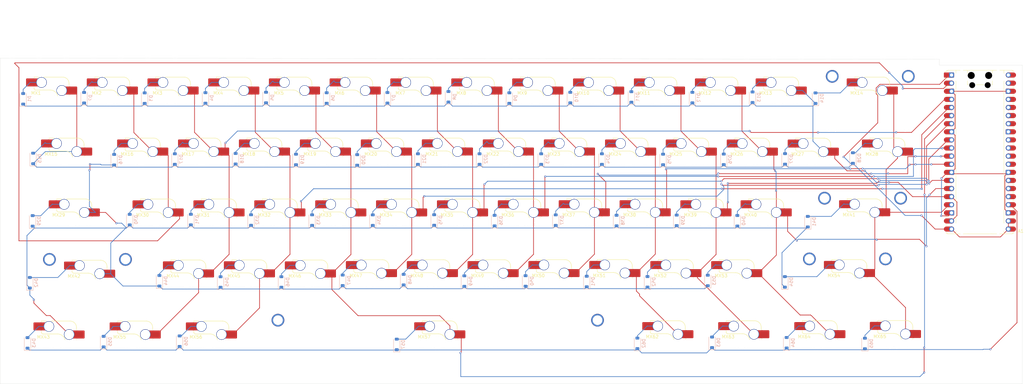
<source format=kicad_pcb>
(kicad_pcb (version 20241229) (generator "pcbnew") (generator_version "9.0")
  (layers (0 "F.Cu" signal) (2 "B.Cu" signal) (13 "F.Paste" user) (15 "B.Paste" user) (5 "F.SilkS" user "F.Silkscreen") (7 "B.SilkS" user "B.Silkscreen") (1 "F.Mask" user) (3 "B.Mask" user) (25 "Edge.Cuts" user))
  (net 0 "")
  (net 1 "Net-(A1-GND-Pad13)")
  (net 7 "ROW5")
  (net 8 "COL10")
  (net 11 "COL12")
  (net 12 "COL5")
  (net 13 "COL1")
  (net 14 "COL13")
  (net 15 "COL8")
  (net 18 "COL3")
  (net 20 "COL9")
  (net 21 "COL11")
  (net 22 "COL14")
  (net 23 "COL4")
  (net 25 "COL6")
  (net 26 "COL7")
  (net 27 "COL2")
  (net 31 "Net-(D1-A)")
  (net 32 "Net-(D2-A)")
  (net 33 "Net-(D3-A)")
  (net 34 "Net-(D4-A)")
  (net 35 "Net-(D5-A)")
  (net 36 "Net-(D6-A)")
  (net 37 "Net-(D7-A)")
  (net 38 "Net-(D8-A)")
  (net 39 "Net-(D9-A)")
  (net 40 "Net-(D10-A)")
  (net 41 "Net-(D11-A)")
  (net 42 "Net-(D12-A)")
  (net 43 "Net-(D13-A)")
  (net 44 "Net-(D14-A)")
  (net 45 "Net-(D15-A)")
  (net 46 "Net-(D16-A)")
  (net 47 "Net-(D17-A)")
  (net 48 "Net-(D18-A)")
  (net 49 "Net-(D19-A)")
  (net 50 "Net-(D20-A)")
  (net 51 "Net-(D21-A)")
  (net 52 "Net-(D22-A)")
  (net 53 "Net-(D23-A)")
  (net 54 "Net-(D24-A)")
  (net 55 "Net-(D25-A)")
  (net 56 "Net-(D26-A)")
  (net 57 "Net-(D27-A)")
  (net 58 "Net-(D28-A)")
  (net 59 "Net-(D29-A)")
  (net 60 "Net-(D30-A)")
  (net 61 "Net-(D31-A)")
  (net 62 "Net-(D32-A)")
  (net 63 "Net-(D33-A)")
  (net 64 "Net-(D34-A)")
  (net 65 "Net-(D35-A)")
  (net 66 "Net-(D36-A)")
  (net 67 "Net-(D37-A)")
  (net 68 "Net-(D38-A)")
  (net 69 "Net-(D39-A)")
  (net 70 "Net-(D40-A)")
  (net 71 "Net-(D41-A)")
  (net 72 "Net-(D42-A)")
  (net 73 "Net-(D43-A)")
  (net 74 "Net-(D44-A)")
  (net 75 "Net-(D45-A)")
  (net 76 "Net-(D46-A)")
  (net 77 "Net-(D47-A)")
  (net 78 "Net-(D48-A)")
  (net 79 "Net-(D49-A)")
  (net 80 "Net-(D50-A)")
  (net 81 "Net-(D51-A)")
  (net 82 "Net-(D52-A)")
  (net 83 "Net-(D53-A)")
  (net 84 "Net-(D54-A)")
  (net 85 "Net-(D55-A)")
  (net 86 "Net-(D56-A)")
  (net 87 "Net-(D57-A)")
  (net 88 "Net-(D62-A)")
  (net 89 "Net-(D63-A)")
  (net 90 "Net-(D64-A)")
  (net 91 "Net-(D65-A)")
  (footprint "PCM_marbastlib-mx:SW_MX_HS_CPG151101S11_1u" (layer "F.Cu") (at 135.56 102.1)
    (property "Reference" "MX35")
    (property "Value" "MX_SW_HS")
  )
  (footprint "PCM_marbastlib-mx:STAB_MX_P_2u" (layer "F.Cu") (at 263.8 63.9)
    (property "Reference" "S2" (hide yes))
    (property "Value" "MX_stab")
  )
  (footprint "PCM_marbastlib-mx:SW_MX_HS_CPG151101S11_1u" (layer "F.Cu") (at 82.97 63.9)
    (property "Reference" "MX5")
    (property "Value" "MX_SW_HS")
  )
  (footprint "PCM_marbastlib-mx:SW_MX_HS_CPG151101S11_1u" (layer "F.Cu") (at 63.97 63.9)
    (property "Reference" "MX4")
    (property "Value" "MX_SW_HS")
  )
  (footprint "PCM_marbastlib-mx:SW_MX_HS_CPG151101S11_1u" (layer "F.Cu") (at 97.46 102.1)
    (property "Reference" "MX33")
    (property "Value" "MX_SW_HS")
  )
  (footprint "PCM_marbastlib-mx:SW_MX_HS_CPG151101S11_1u" (layer "F.Cu") (at 87.95 121.23)
    (property "Reference" "MX46")
    (property "Value" "MX_SW_HS")
  )
  (footprint "PCM_marbastlib-mx:SW_MX_HS_CPG151101S11_1u" (layer "F.Cu") (at 202.34 121.12)
    (property "Reference" "MX52")
    (property "Value" "MX_SW_HS")
  )
  (footprint "PCM_marbastlib-mx:SW_MX_HS_CPG151101S11_1u" (layer "F.Cu") (at 107.054824 121.13)
    (property "Reference" "MX47")
    (property "Value" "MX_SW_HS")
  )
  (footprint "PCM_marbastlib-mx:SW_MX_HS_CPG151101S11_1u" (layer "F.Cu") (at 49.8 121.22)
    (property "Reference" "MX44")
    (property "Value" "MX_SW_HS")
  )
  (footprint "PCM_marbastlib-mx:SW_MX_HS_CPG151101S11_1u" (layer "F.Cu") (at 101.97 63.9)
    (property "Reference" "MX6")
    (property "Value" "MX_SW_HS")
  )
  (footprint "PCM_marbastlib-mx:SW_MX_HS_CPG151101S11_1.5u" (layer "F.Cu") (at 11.66375 83.025)
    (property "Reference" "MX15")
    (property "Value" "MX_SW_HS")
  )
  (footprint "PCM_marbastlib-mx:SW_MX_HS_CPG151101S11_1u" (layer "F.Cu") (at 207.17 83.04)
    (property "Reference" "MX25")
    (property "Value" "MX_SW_HS")
  )
  (footprint "PCM_marbastlib-mx:SW_MX_HS_CPG151101S11_1u" (layer "F.Cu") (at 149.91 83.01)
    (property "Reference" "MX22")
    (property "Value" "MX_SW_HS")
  )
  (footprint "PCM_marbastlib-mx:SW_MX_HS_CPG151101S11_1u" (layer "F.Cu") (at 68.87 121.2)
    (property "Reference" "MX45")
    (property "Value" "MX_SW_HS")
  )
  (footprint "PCM_marbastlib-mx:SW_MX_HS_CPG151101S11_1.25u" (layer "F.Cu") (at 271.04 140.19)
    (property "Reference" "MX65")
    (property "Value" "MX_SW_HS")
  )
  (footprint "PCM_marbastlib-mx:SW_MX_HS_CPG151101S11_1u" (layer "F.Cu") (at 173.67 102.07)
    (property "Reference" "MX37")
    (property "Value" "MX_SW_HS")
  )
  (footprint "PCM_marbastlib-mx:SW_MX_HS_CPG151101S11_1u" (layer "F.Cu") (at 6.97 63.9)
    (property "Reference" "MX1")
    (property "Value" "MX_SW_HS")
  )
  (footprint "PCM_marbastlib-mx:SW_MX_HS_CPG151101S11_1u" (layer "F.Cu") (at 154.61 102.09)
    (property "Reference" "MX36")
    (property "Value" "MX_SW_HS")
  )
  (footprint "PCM_marbastlib-mx:SW_MX_HS_CPG151101S11_1.5u" (layer "F.Cu") (at 268.56 83.04)
    (property "Reference" "MX28")
    (property "Value" "MX_SW_HS")
  )
  (footprint "PCM_marbastlib-mx:SW_MX_HS_CPG151101S11_1u" (layer "F.Cu") (at 230.59 102.09)
    (property "Reference" "MX40")
    (property "Value" "MX_SW_HS")
  )
  (footprint "PCM_marbastlib-mx:SW_MX_HS_CPG151101S11_1u" (layer "F.Cu") (at 256.66 121.09)
    (property "Reference" "MX54")
    (property "Value" "MX_SW_HS")
  )
  (footprint "PCM_marbastlib-mx:SW_MX_HS_CPG151101S11_1u" (layer "F.Cu") (at 245.33 83.05)
    (property "Reference" "MX27")
    (property "Value" "MX_SW_HS")
  )
  (footprint "PCM_marbastlib-mx:SW_MX_HS_CPG151101S11_1u" (layer "F.Cu") (at 120.97 63.9)
    (property "Reference" "MX7")
    (property "Value" "MX_SW_HS")
  )
  (footprint "PCM_marbastlib-mx:SW_MX_HS_CPG151101S11_1u" (layer "F.Cu") (at 111.734824 83.02)
    (property "Reference" "MX20")
    (property "Value" "MX_SW_HS")
  )
  (footprint "PCM_marbastlib-mx:SW_MX_HS_CPG151101S11_1u" (layer "F.Cu") (at 261.414824 102.06)
    (property "Reference" "MX41")
    (property "Value" "MX_SW_HS")
  )
  (footprint "PCM_marbastlib-mx:SW_MX_HS_CPG151101S11_1.25u" (layer "F.Cu") (at 223.574824 140.27)
    (property "Reference" "MX63")
    (property "Value" "MX_SW_HS")
  )
  (footprint "PCM_marbastlib-mx:SW_MX_HS_CPG151101S11_1u" (layer "F.Cu") (at 183.24 121.09)
    (property "Reference" "MX51")
    (property "Value" "MX_SW_HS")
  )
  (footprint "PCM_marbastlib-mx:SW_MX_HS_CPG151101S11_1u" (layer "F.Cu") (at 235.3 63.9)
    (property "Reference" "MX13")
    (property "Value" "MX_SW_HS")
  )
  (footprint "PCM_marbastlib-mx:STAB_MX_P_2.75u" (layer "F.Cu") (at 256.66 121.10805)
    (property "Reference" "S4" (hide yes))
    (property "Value" "MX_stab")
  )
  (footprint "PCM_marbastlib-mx:SW_MX_HS_CPG151101S11_1u" (layer "F.Cu") (at 92.66 83.02)
    (property "Reference" "MX19")
    (property "Value" "MX_SW_HS")
  )
  (footprint "PCM_marbastlib-mx:SW_MX_HS_CPG151101S11_1u" (layer "F.Cu") (at 116.5 102.1)
    (property "Reference" "MX34")
    (property "Value" "MX_SW_HS")
  )
  (footprint "PCM_marbastlib-mx:SW_MX_HS_CPG151101S11_1.25u" (layer "F.Cu") (at 199.82 140.26)
    (property "Reference" "MX62")
    (property "Value" "MX_SW_HS")
  )
  (footprint "PCM_marbastlib-mx:SW_MX_HS_CPG151101S11_1u" (layer "F.Cu") (at 178.16 63.91)
    (property "Reference" "MX10")
    (property "Value" "MX_SW_HS")
  )
  (footprint "PCM_marbastlib-mx:SW_MX_HS_CPG151101S11_1u" (layer "F.Cu") (at 73.58 83.02)
    (property "Reference" "MX18")
    (property "Value" "MX_SW_HS")
  )
  (footprint "PCM_marbastlib-mx:SW_MX_HS_CPG151101S11_1u" (layer "F.Cu") (at 140.05 63.9)
    (property "Reference" "MX8")
    (property "Value" "MX_SW_HS")
  )
  (footprint "Module:RaspberryPi_Pico_Common_Unspecified" (layer "F.Cu") (at 298.13 80.64)
    (property "Reference" "A1")
    (property "Value" "RaspberryPi_Pico")
  )
  (footprint "PCM_marbastlib-mx:SW_MX_HS_CPG151101S11_1u" (layer "F.Cu") (at 35.47625 83.025)
    (property "Reference" "MX16")
    (property "Value" "MX_SW_HS")
  )
  (footprint "PCM_marbastlib-mx:SW_MX_HS_CPG151101S11_1u" (layer "F.Cu") (at 159.11 63.9)
    (property "Reference" "MX9")
    (property "Value" "MX_SW_HS")
  )
  (footprint "PCM_marbastlib-mx:SW_MX_HS_CPG151101S11_1u" (layer "F.Cu") (at 145.134824 121.14)
    (property "Reference" "MX49")
    (property "Value" "MX_SW_HS")
  )
  (footprint "PCM_marbastlib-mx:SW_MX_HS_CPG151101S11_1u" (layer "F.Cu") (at 40.29 102.11)
    (property "Reference" "MX30")
    (property "Value" "MX_SW_HS")
  )
  (footprint "PCM_marbastlib-mx:SW_MX_HS_CPG151101S11_1u" (layer "F.Cu") (at 226.26 83.04)
    (property "Reference" "MX26")
    (property "Value" "MX_SW_HS")
  )
  (footprint "PCM_marbastlib-mx:SW_MX_HS_CPG151101S11_1u" (layer "F.Cu") (at 197.2 63.9)
    (property "Reference" "MX11")
    (property "Value" "MX_SW_HS")
  )
  (footprint "PCM_marbastlib-mx:SW_MX_HS_CPG151101S11_1.25u" (layer "F.Cu") (at 9.29 140.35)
    (property "Reference" "MX43")
    (property "Value" "MX_SW_HS")
  )
  (footprint "PCM_marbastlib-mx:SW_MX_HS_CPG151101S11_1u" (layer "F.Cu") (at 263.8 63.9)
    (property "Reference" "MX14")
    (property "Value" "MX_SW_HS")
  )
  (footprint "PCM_marbastlib-mx:SW_MX_HS_CPG151101S11_1u" (layer "F.Cu") (at 78.39 102.1)
    (property "Reference" "MX32")
    (property "Value" "MX_SW_HS")
  )
  (footprint "PCM_marbastlib-mx:SW_MX_HS_CPG151101S11_1u" (layer "F.Cu") (at 221.38 121.14)
    (property "Reference" "MX53")
    (property "Value" "MX_SW_HS")
  )
  (footprint "PCM_marbastlib-mx:STAB_MX_P_2.25u" (layer "F.Cu") (at 261.40375 102.075)
    (property "Reference" "S1" (hide yes))
    (property "Value" "MX_stab")
  )
  (footprint "PCM_marbastlib-mx:SW_MX_HS_CPG151101S11_1u" (layer "F.Cu") (at 169.02 83.01)
    (property "Reference" "MX23")
    (property "Value" "MX_SW_HS")
  )
  (footprint "PCM_marbastlib-mx:SW_MX_HS_CPG151101S11_1.25u" (layer "F.Cu") (at 33.13 140.35)
    (property "Reference" "MX55")
    (property "Value" "MX_SW_HS")
  )
  (footprint "PCM_marbastlib-mx:SW_MX_HS_CPG151101S11_1u" (layer "F.Cu") (at 188.17 83.03)
    (property "Reference" "MX24")
    (property "Value" "MX_SW_HS")
  )
  (footprint "PCM_marbastlib-mx:SW_MX_HS_CPG151101S11_1.25u" (layer "F.Cu") (at 56.984824 140.35)
    (property "Reference" "MX56")
    (property "Value" "MX_SW_HS")
  )
  (footprint "PCM_marbastlib-mx:SW_MX_HS_CPG151101S11_1u" (layer "F.Cu") (at 126.13 121.13)
    (property "Reference" "MX48")
    (property "Value" "MX_SW_HS")
  )
  (footprint "PCM_marbastlib-mx:SW_MX_HS_CPG151101S11_1u" (layer "F.Cu") (at 54.53 83.025)
    (property "Reference" "MX17")
    (property "Value" "MX_SW_HS")
  )
  (footprint "PCM_marbastlib-mx:SW_MX_HS_CPG151101S11_1u" (layer "F.Cu") (at 44.97 63.9)
    (property "Reference" "MX3")
    (property "Value" "MX_SW_HS")
  )
  (footprint "PCM_marbastlib-mx:SW_MX_HS_CPG151101S11_1u" (layer "F.Cu") (at 59.344824 102.1)
    (property "Reference" "MX31")
    (property "Value" "MX_SW_HS")
  )
  (footprint "PCM_marbastlib-mx:STAB_MX_P_6.25u" (layer "F.Cu") (at 128.44 140.30805)
    (property "Reference" "S5" (hide yes))
    (property "Value" "MX_stab")
  )
  (footprint "PCM_marbastlib-mx:SW_MX_HS_CPG151101S11_1u" (layer "F.Cu") (at 128.44 140.30805)
    (property "Reference" "MX57")
    (property "Value" "MX_SW_HS")
  )
  (footprint "PCM_marbastlib-mx:SW_MX_HS_CPG151101S11_1.25u" (layer "F.Cu") (at 247.39 140.25)
    (property "Reference" "MX64")
    (property "Value" "MX_SW_HS")
  )
  (footprint "PCM_marbastlib-mx:SW_MX_HS_CPG151101S11_1.75u" (layer "F.Cu") (at 14.06 102.1)
    (property "Reference" "MX29")
    (property "Value" "MX_SW_HS")
  )
  (footprint "PCM_marbastlib-mx:STAB_MX_P_2.25u" (layer "F.Cu") (at 18.82 121.27)
    (property "Reference" "S3" (hide yes))
    (property "Value" "MX_stab")
  )
  (footprint "PCM_marbastlib-mx:SW_MX_HS_CPG151101S11_1u" (layer "F.Cu") (at 211.74 102.09)
    (property "Reference" "MX39")
    (property "Value" "MX_SW_HS")
  )
  (footprint "PCM_marbastlib-mx:SW_MX_HS_CPG151101S11_1u" (layer "F.Cu") (at 164.184824 121.11)
    (property "Reference" "MX50")
    (property "Value" "MX_SW_HS")
  )
  (footprint "PCM_marbastlib-mx:SW_MX_HS_CPG151101S11_1u" (layer "F.Cu") (at 192.72 102.07)
    (property "Reference" "MX38")
    (property "Value" "MX_SW_HS")
  )
  (footprint "PCM_marbastlib-mx:SW_MX_HS_CPG151101S11_1u" (layer "F.Cu") (at 18.854824 121.29)
    (property "Reference" "MX42")
    (property "Value" "MX_SW_HS")
  )
  (footprint "PCM_marbastlib-mx:SW_MX_HS_CPG151101S11_1u" (layer "F.Cu") (at 25.97 63.9)
    (property "Reference" "MX2")
    (property "Value" "MX_SW_HS")
  )
  (footprint "PCM_marbastlib-mx:SW_MX_HS_CPG151101S11_1u" (layer "F.Cu") (at 216.3 63.9)
    (property "Reference" "MX12")
    (property "Value" "MX_SW_HS")
  )
  (footprint "PCM_marbastlib-mx:SW_MX_HS_CPG151101S11_1u" (layer "F.Cu") (at 130.83 83)
    (property "Reference" "MX21")
    (property "Value" "MX_SW_HS")
  )
  (footprint "Diode_SMD:D_SOD-123" (layer "B.Cu") (at 46.16 82.8375 90)
    (property "Reference" "D17")
    (property "Value" "D_Small")
  )
  (footprint "Diode_SMD:D_SOD-123" (layer "B.Cu") (at 108.11 101.98 90)
    (property "Reference" "D34")
    (property "Value" "D_Small")
  )
  (footprint "Diode_SMD:D_SOD-123" (layer "B.Cu") (at 122.24 82.84 90)
    (property "Reference" "D21")
    (property "Value" "D_Small")
  )
  (footprint "Diode_SMD:D_SOD-123" (layer "B.Cu") (at 98.69 120.8275 90)
    (property "Reference" "D47")
    (property "Value" "D_Small")
  )
  (footprint "Diode_SMD:D_SOD-123" (layer "B.Cu") (at 237.08 121.3275 90)
    (property "Reference" "D54")
    (property "Value" "D_Small")
  )
  (footprint "Diode_SMD:D_SOD-123" (layer "B.Cu") (at 141.52 82.84 90)
    (property "Reference" "D22")
    (property "Value" "D_Small")
  )
  (footprint "Diode_SMD:D_SOD-123" (layer "B.Cu") (at 160.81 82.84 90)
    (property "Reference" "D23")
    (property "Value" "D_Small")
  )
  (footprint "Diode_SMD:D_SOD-123" (layer "B.Cu") (at 184.4 102.0975 90)
    (property "Reference" "D38")
    (property "Value" "D_Small")
  )
  (footprint "Diode_SMD:D_SOD-123" (layer "B.Cu") (at 212.95 120.88 90)
    (property "Reference" "D53")
    (property "Value" "D_Small")
  )
  (footprint "Diode_SMD:D_SOD-123" (layer "B.Cu") (at 194.08 121.3075 90)
    (property "Reference" "D52")
    (property "Value" "D_Small")
  )
  (footprint "Diode_SMD:D_SOD-123" (layer "B.Cu") (at 237.13 82.78 90)
    (property "Reference" "D27")
    (property "Value" "D_Small")
  )
  (footprint "Diode_SMD:D_SOD-123" (layer "B.Cu") (at 70.01 101.95 90)
    (property "Reference" "D32")
    (property "Value" "D_Small")
  )
  (footprint "Diode_SMD:D_SOD-123" (layer "B.Cu") (at 1.82 82.6375 90)
    (property "Reference" "D15")
    (property "Value" "D_Small")
  )
  (footprint "Diode_SMD:D_SOD-123" (layer "B.Cu") (at 165.37 101.98 90)
    (property "Reference" "D37")
    (property "Value" "D_Small")
  )
  (footprint "Diode_SMD:D_SOD-123" (layer "B.Cu") (at 47.66 139.9075 90)
    (property "Reference" "D56")
    (property "Value" "D_Small")
  )
  (footprint "Diode_SMD:D_SOD-123" (layer "B.Cu") (at 198.96 82.9575 90)
    (property "Reference" "D25")
    (property "Value" "D_Small")
  )
  (footprint "Diode_SMD:D_SOD-123" (layer "B.Cu") (at 89.12 101.97 90)
    (property "Reference" "D33")
    (property "Value" "D_Small")
  )
  (footprint "Diode_SMD:D_SOD-123" (layer "B.Cu") (at 0.06 140.4475 90)
    (property "Reference" "D43")
    (property "Value" "D_Small")
  )
  (footprint "Diode_SMD:D_SOD-123" (layer "B.Cu") (at 32.04 101.81 90)
    (property "Reference" "D30")
    (property "Value" "D_Small")
  )
  (footprint "Diode_SMD:D_SOD-123" (layer "B.Cu") (at 36.72 63.7475 90)
    (property "Reference" "D3")
    (property "Value" "D_Small")
  )
  (footprint "Diode_SMD:D_SOD-123" (layer "B.Cu") (at -1.3 63.9575 90)
    (property "Reference" "D1")
    (property "Value" "D_Small")
  )
  (footprint "Diode_SMD:D_SOD-123" (layer "B.Cu") (at 117.77 120.6175 90)
    (property "Reference" "D48")
    (property "Value" "D_Small")
  )
  (footprint "Diode_SMD:D_SOD-123" (layer "B.Cu") (at 226.96 63.46 90)
    (property "Reference" "D13")
    (property "Value" "D_Small")
  )
  (footprint "Diode_SMD:D_SOD-123" (layer "B.Cu") (at 190.92 140.5875 90)
    (property "Reference" "D62")
    (property "Value" "D_Small")
  )
  (footprint "Diode_SMD:D_SOD-123" (layer "B.Cu") (at 103.23 83.11 90)
    (property "Reference" "D20")
    (property "Value" "D_Small")
  )
  (footprint "Diode_SMD:D_SOD-123" (layer "B.Cu") (at 222.2 102.17 90)
    (property "Reference" "D40")
    (property "Value" "D_Small")
  )
  (footprint "Diode_SMD:D_SOD-123" (layer "B.Cu") (at 27.17 83.0375 90)
    (property "Reference" "D16")
    (property "Value" "D_Small")
  )
  (footprint "Diode_SMD:D_SOD-123" (layer "B.Cu") (at 169.92 63.57 90)
    (property "Reference" "D10")
    (property "Value" "D_Small")
  )
  (footprint "Diode_SMD:D_SOD-123" (layer "B.Cu") (at 179.82 82.84 90)
    (property "Reference" "D24")
    (property "Value" "D_Small")
  )
  (footprint "Diode_SMD:D_SOD-123" (layer "B.Cu") (at 0.78 121.59 90)
    (property "Reference" "D42")
    (property "Value" "D_Small")
  )
  (footprint "Diode_SMD:D_SOD-123" (layer "B.Cu") (at 1.66 102.21 90)
    (property "Reference" "D29")
    (property "Value" "D_Small")
  )
  (footprint "Diode_SMD:D_SOD-123" (layer "B.Cu") (at 150.84 63.72 90)
    (property "Reference" "D9")
    (property "Value" "D_Small")
  )
  (footprint "Diode_SMD:D_SOD-123" (layer "B.Cu") (at 131.79 63.32 90)
    (property "Reference" "D8")
    (property "Value" "D_Small")
  )
  (footprint "Diode_SMD:D_SOD-123" (layer "B.Cu") (at 203.22 102.04 90)
    (property "Reference" "D39")
    (property "Value" "D_Small")
  )
  (footprint "Diode_SMD:D_SOD-123" (layer "B.Cu") (at 55.74 63.68 90)
    (property "Reference" "D4")
    (property "Value" "D_Small")
  )
  (footprint "Diode_SMD:D_SOD-123" (layer "B.Cu") (at 237.63 140.3975 90)
    (property "Reference" "D64")
    (property "Value" "D_Small")
  )
  (footprint "Diode_SMD:D_SOD-123" (layer "B.Cu") (at 175.07 121.21 90)
    (property "Reference" "D51")
    (property "Value" "D_Small")
  )
  (footprint "Diode_SMD:D_SOD-123" (layer "B.Cu") (at 41.33 120.97 90)
    (property "Reference" "D44")
    (property "Value" "D_Small")
  )
  (footprint "Diode_SMD:D_SOD-123" (layer "B.Cu") (at 17.76 63.61 90)
    (property "Reference" "D2")
    (property "Value" "D_Small")
  )
  (footprint "Diode_SMD:D_SOD-123" (layer "B.Cu") (at 155.93 121.04 90)
    (property "Reference" "D50")
    (property "Value" "D_Small")
  )
  (footprint "Diode_SMD:D_SOD-123" (layer "B.Cu") (at 79.5 121.36 90)
    (property "Reference" "D46")
    (property "Value" "D_Small")
  )
  (footprint "Diode_SMD:D_SOD-123" (layer "B.Cu") (at 115.61 140.92 90)
    (property "Reference" "D57")
    (property "Value" "D_Small")
  )
  (footprint "Diode_SMD:D_SOD-123" (layer "B.Cu") (at 60.48 121.37 90)
    (property "Reference" "D45")
    (property "Value" "D_Small")
  )
  (footprint "Diode_SMD:D_SOD-123" (layer "B.Cu") (at 189.03 63.37 90)
    (property "Reference" "D11")
    (property "Value" "D_Small")
  )
  (footprint "Diode_SMD:D_SOD-123" (layer "B.Cu") (at 262.13 140.63 90)
    (property "Reference" "D65")
    (property "Value" "D_Small")
  )
  (footprint "Diode_SMD:D_SOD-123" (layer "B.Cu") (at 51.18 101.8 90)
    (property "Reference" "D31")
    (property "Value" "D_Small")
  )
  (footprint "Diode_SMD:D_SOD-123" (layer "B.Cu") (at 208.13 63.57 90)
    (property "Reference" "D12")
    (property "Value" "D_Small")
  )
  (footprint "Diode_SMD:D_SOD-123" (layer "B.Cu") (at 84.08 82.9575 90)
    (property "Reference" "D19")
    (property "Value" "D_Small")
  )
  (footprint "Diode_SMD:D_SOD-123" (layer "B.Cu") (at 65.19 82.73 90)
    (property "Reference" "D18")
    (property "Value" "D_Small")
  )
  (footprint "Diode_SMD:D_SOD-123" (layer "B.Cu") (at 74.7 63.55 90)
    (property "Reference" "D5")
    (property "Value" "D_Small")
  )
  (footprint "Diode_SMD:D_SOD-123" (layer "B.Cu") (at 136.76 121.0775 90)
    (property "Reference" "D49")
    (property "Value" "D_Small")
  )
  (footprint "Diode_SMD:D_SOD-123" (layer "B.Cu") (at 93.68 63.7 90)
    (property "Reference" "D6")
    (property "Value" "D_Small")
  )
  (footprint "Diode_SMD:D_SOD-123" (layer "B.Cu") (at 146.24 102.12 90)
    (property "Reference" "D36")
    (property "Value" "D_Small")
  )
  (footprint "Diode_SMD:D_SOD-123" (layer "B.Cu") (at 112.69 63.64 90)
    (property "Reference" "D7")
    (property "Value" "D_Small")
  )
  (footprint "Diode_SMD:D_SOD-123" (layer "B.Cu") (at 244.25 102.4575 90)
    (property "Reference" "D41")
    (property "Value" "D_Small")
  )
  (footprint "Diode_SMD:D_SOD-123" (layer "B.Cu") (at 127.32 101.9375 90)
    (property "Reference" "D35")
    (property "Value" "D_Small")
  )
  (footprint "Diode_SMD:D_SOD-123" (layer "B.Cu") (at 246.66 63.76 90)
    (property "Reference" "D14")
    (property "Value" "D_Small")
  )
  (footprint "Diode_SMD:D_SOD-123" (layer "B.Cu") (at 214.29 140.26 90)
    (property "Reference" "D63")
    (property "Value" "D_Small")
  )
  (footprint "Diode_SMD:D_SOD-123" (layer "B.Cu") (at 258.37 82.51 90)
    (property "Reference" "D28")
    (property "Value" "D_Small")
  )
  (footprint "Diode_SMD:D_SOD-123" (layer "B.Cu") (at 23.88 140.04 90)
    (property "Reference" "D55")
    (property "Value" "D_Small")
  )
  (footprint "Diode_SMD:D_SOD-123" (layer "B.Cu") (at 217.95 82.92 90)
    (property "Reference" "D26")
    (property "Value" "D_Small")
  )
  (gr_line (start 311.41 53.39) (end 311.41 153.29) (stroke (width 0.05)) (layer "Edge.Cuts"))
  (gr_line (start 291.93 53.39) (end 304.33 53.39) (stroke (width 0.05)) (layer "Edge.Cuts"))
  (gr_line (start 285.43 53.39) (end 291.93 53.39) (stroke (width 0.05)) (layer "Edge.Cuts"))
  (gr_line (start -8.53 153.29) (end -8.53 51.2) (stroke (width 0.05)) (layer "Edge.Cuts"))
  (gr_line (start 311.41 153.29) (end -8.53 153.29) (stroke (width 0.05)) (layer "Edge.Cuts"))
  (gr_line (start 304.33 53.39) (end 311.41 53.39) (stroke (width 0.05)) (layer "Edge.Cuts"))
  (gr_line (start -8.53 51.2) (end 285.43 51.56) (stroke (width 0.05)) (layer "Edge.Cuts"))
  (gr_line (start 285.43 51.56) (end 285.43 53.39) (stroke (width 0.05)) (layer "Edge.Cuts"))
  (segment (start 289.24 61.59) (end 290.341 62.691) (width 0.2) (layer "F.Cu") (net 1))
  (segment (start 290.341 62.691) (end 290.341 73.189) (width 0.2) (layer "F.Cu") (net 1))
  (segment (start 289.24 86.99) (end 287.97 86.99) (width 0.2) (layer "F.Cu") (net 1))
  (segment (start 287.97 86.99) (end 286.1 88.86) (width 0.2) (layer "F.Cu") (net 1))
  (segment (start 290.341 75.391) (end 290.341 85.889) (width 0.2) (layer "F.Cu") (net 1))
  (segment (start 289.24 74.29) (end 288.44 74.29) (width 0.2) (layer "F.Cu") (net 1))
  (segment (start 286.01 100.65) (end 288.28 100.65) (width 0.2) (layer "F.Cu") (net 1))
  (segment (start 307.02 86.99) (end 305.919 88.091) (width 0.2) (layer "F.Cu") (net 1))
  (segment (start 306.57704 87.43296) (end 307.02 86.99) (width 0.2) (layer "F.Cu") (net 1))
  (segment (start 288.28 100.65) (end 289.24 99.69) (width 0.2) (layer "F.Cu") (net 1))
  (segment (start 305.919 98.589) (end 307.02 99.69) (width 0.2) (layer "F.Cu") (net 1))
  (segment (start 289.68296 87.43296) (end 306.57704 87.43296) (width 0.2) (layer "F.Cu") (net 1))
  (segment (start 289.24 86.99) (end 289.68296 87.43296) (width 0.2) (layer "F.Cu") (net 1))
  (segment (start 289.24 74.29) (end 290.341 75.391) (width 0.2) (layer "F.Cu") (net 1))
  (segment (start 305.919 88.091) (end 305.919 98.589) (width 0.2) (layer "F.Cu") (net 1))
  (segment (start 290.341 73.189) (end 289.24 74.29) (width 0.2) (layer "F.Cu") (net 1))
  (segment (start 289.24 61.59) (end 307.02 61.59) (width 0.2) (layer "F.Cu") (net 1))
  (segment (start 290.341 85.889) (end 289.24 86.99) (width 0.2) (layer "F.Cu") (net 1))
  (via (at 286.01 100.65) (size 0.6) (drill 0.3) (layers "F.Cu" "B.Cu") (net 1))
  (via (at 286.1 88.86) (size 0.6) (drill 0.3) (layers "F.Cu" "B.Cu") (net 1))
  (segment (start 286.1 100.56) (end 286.01 100.65) (width 0.2) (layer "B.Cu") (net 1))
  (segment (start 286.1 88.86) (end 286.1 100.56) (width 0.2) (layer "B.Cu") (net 1))
  (segment (start 307.02 97.15) (end 307.644122 97.15) (width 0.2) (layer "F.Cu") (net 7))
  (segment (start 309.726 134.104) (end 301.39 142.44) (width 0.2) (layer "F.Cu") (net 7))
  (segment (start 309.726 99.231878) (end 309.726 134.104) (width 0.2) (layer "F.Cu") (net 7))
  (segment (start 307.644122 97.15) (end 309.726 99.231878) (width 0.2) (layer "F.Cu") (net 7))
  (via (at 301.39 142.44) (size 0.6) (drill 0.3) (layers "F.Cu" "B.Cu") (net 7))
  (segment (start 261.8151 142.5949) (end 262.13 142.28) (width 0.2) (layer "B.Cu") (net 7))
  (segment (start 190.92 142.2375) (end 192.2525 143.57) (width 0.2) (layer "B.Cu") (net 7))
  (segment (start 24.8849 142.6949) (end 46.5226 142.6949) (width 0.2) (layer "B.Cu") (net 7))
  (segment (start 301.39 142.44) (end 299.19 142.44) (width 0.2) (layer "B.Cu") (net 7))
  (segment (start 236.9475 142.73) (end 237.63 142.0475) (width 0.2) (layer "B.Cu") (net 7))
  (segment (start 299.19 142.44) (end 299.0951 142.5349) (width 0.2) (layer "B.Cu") (net 7))
  (segment (start 115.4851 142.6949) (end 115.61 142.57) (width 0.2) (layer "B.Cu") (net 7))
  (segment (start 115.69295 142.65295) (end 190.50455 142.65295) (width 0.2) (layer "B.Cu") (net 7))
  (segment (start 23.88 141.69) (end 24.8849 142.6949) (width 0.2) (layer "B.Cu") (net 7))
  (segment (start 115.61 142.57) (end 115.69295 142.65295) (width 0.2) (layer "B.Cu") (net 7))
  (segment (start 262.13 142.28) (end 262.3849 142.5349) (width 0.2) (layer "B.Cu") (net 7))
  (segment (start 47.66 141.5575) (end 48.7974 142.6949) (width 0.2) (layer "B.Cu") (net 7))
  (segment (start 238.1774 142.5949) (end 261.8151 142.5949) (width 0.2) (layer "B.Cu") (net 7))
  (segment (start 46.5226 142.6949) (end 47.66 141.5575) (width 0.2) (layer "B.Cu") (net 7))
  (segment (start 237.63 142.0475) (end 238.1774 142.5949) (width 0.2) (layer "B.Cu") (net 7))
  (segment (start 262.3849 142.5349) (end 299.0951 142.5349) (width 0.2) (layer "B.Cu") (net 7))
  (segment (start 215.11 142.73) (end 236.9475 142.73) (width 0.2) (layer "B.Cu") (net 7))
  (segment (start 190.50455 142.65295) (end 190.92 142.2375) (width 0.2) (layer "B.Cu") (net 7))
  (segment (start 212.63 143.57) (end 214.29 141.91) (width 0.2) (layer "B.Cu") (net 7))
  (segment (start 0.06 142.0975) (end 0.6574 142.6949) (width 0.2) (layer "B.Cu") (net 7))
  (segment (start 0.6574 142.6949) (end 22.8751 142.6949) (width 0.2) (layer "B.Cu") (net 7))
  (segment (start 192.2525 143.57) (end 212.63 143.57) (width 0.2) (layer "B.Cu") (net 7))
  (segment (start 48.7974 142.6949) (end 115.4851 142.6949) (width 0.2) (layer "B.Cu") (net 7))
  (segment (start 214.29 141.91) (end 215.11 142.73) (width 0.2) (layer "B.Cu") (net 7))
  (segment (start 22.8751 142.6949) (end 23.88 141.69) (width 0.2) (layer "B.Cu") (net 7))
  (segment (start 191.61 125.7) (end 191.61 125.2) (width 0.2) (layer "F.Cu") (net 8))
  (segment (start 190.6 118.55) (end 196.53 112.62) (width 0.2) (layer "F.Cu") (net 8))
  (segment (start 190.6 124.19) (end 190.6 118.55) (width 0.2) (layer "F.Cu") (net 8))
  (segment (start 283 84.45) (end 282.94 84.51) (width 0.2) (layer "F.Cu") (net 8))
  (segment (start 196.53 99.53) (end 196.53 81.49) (width 0.2) (layer "F.Cu") (net 8))
  (segment (start 191.61 125.2) (end 190.6 124.19) (width 0.2) (layer "F.Cu") (net 8))
  (segment (start 185.52 74.03) (end 191.98 80.49) (width 0.2) (layer "F.Cu") (net 8))
  (segment (start 185.52 61.37) (end 185.52 74.03) (width 0.2) (layer "F.Cu") (net 8))
  (segment (start 277.95 84.51) (end 276.25 84.51) (width 0.2) (layer "F.Cu") (net 8))
  (segment (start 261.38 85.84) (end 261.32 85.9) (width 0.2) (layer "F.Cu") (net 8))
  (segment (start 257.58 85.84) (end 257.56 85.86) (width 0.2) (layer "F.Cu") (net 8))
  (segment (start 196.53 112.62) (end 196.53 99.53) (width 0.2) (layer "F.Cu") (net 8))
  (segment (start 199.86 85.9849) (end 200.08 86.2049) (width 0.2) (layer "F.Cu") (net 8))
  (segment (start 261.38 85.84) (end 257.58 85.84) (width 0.2) (layer "F.Cu") (net 8))
  (segment (start 257.49 85.93) (end 257.56 85.86) (width 0.2) (layer "F.Cu") (net 8))
  (segment (start 276.25 84.51) (end 276.14 84.62) (width 0.2) (layer "F.Cu") (net 8))
  (segment (start 200.08 86.2049) (end 200.08 99.53) (width 0.2) (layer "F.Cu") (net 8))
  (segment (start 196.53 81.49) (end 195.53 80.49) (width 0.2) (layer "F.Cu") (net 8))
  (segment (start 203.63 137.72) (end 191.61 125.7) (width 0.2) (layer "F.Cu") (net 8))
  (segment (start 289.24 84.45) (end 283 84.45) (width 0.2) (layer "F.Cu") (net 8))
  (via (at 282.94 84.51) (size 0.6) (drill 0.3) (layers "F.Cu" "B.Cu") (net 8))
  (via (at 276.14 84.62) (size 0.6) (drill 0.3) (layers "F.Cu" "B.Cu") (net 8))
  (via (at 277.95 84.51) (size 0.6) (drill 0.3) (layers "F.Cu" "B.Cu") (net 8))
  (via (at 199.86 85.9849) (size 0.6) (drill 0.3) (layers "F.Cu" "B.Cu") (net 8))
  (via (at 261.38 85.84) (size 0.6) (drill 0.3) (layers "F.Cu" "B.Cu") (net 8))
  (via (at 257.56 85.86) (size 0.6) (drill 0.3) (layers "F.Cu" "B.Cu") (net 8))
  (segment (start 282.94 84.51) (end 277.95 84.51) (width 0.2) (layer "B.Cu") (net 8))
  (segment (start 274.92 85.84) (end 261.38 85.84) (width 0.2) (layer "B.Cu") (net 8))
  (segment (start 199.9849 85.86) (end 199.86 85.9849) (width 0.2) (layer "B.Cu") (net 8))
  (segment (start 276.14 84.62) (end 274.92 85.84) (width 0.2) (layer "B.Cu") (net 8))
  (segment (start 257.56 85.86) (end 199.9849 85.86) (width 0.2) (layer "B.Cu") (net 8))
  (segment (start 237.95 105.49) (end 237.95 99.55) (width 0.2) (layer "F.Cu") (net 11))
  (segment (start 234.4 92.8) (end 234.33 92.73) (width 0.2) (layer "F.Cu") (net 11))
  (segment (start 233.62 86.08) (end 233.62 80.5) (width 0.2) (layer "F.Cu") (net 11))
  (segment (start 234.4 99.55) (end 234.4 92.8) (width 0.2) (layer "F.Cu") (net 11))
  (segment (start 279.2151 107.9851) (end 265.969724 107.9851) (width 0.2) (layer "F.Cu") (net 11))
  (segment (start 234 86.46) (end 233.62 86.08) (width 0.2) (layer "F.Cu") (net 11))
  (segment (start 228.74 118.6) (end 234.4 112.94) (width 0.2) (layer "F.Cu") (net 11))
  (segment (start 288.44 92.07) (end 284.33 92.07) (width 0.2) (layer "F.Cu") (net 11))
  (segment (start 265.969724 107.9851) (end 265.824824 108.13) (width 0.2) (layer "F.Cu") (net 11))
  (segment (start 241.84795 131.70795) (end 245.19795 131.70795) (width 0.2) (layer "F.Cu") (net 11))
  (segment (start 228.74 118.6) (end 241.84795 131.70795) (width 0.2) (layer "F.Cu") (net 11))
  (segment (start 234.4 112.94) (end 234.4 99.55) (width 0.2) (layer "F.Cu") (net 11))
  (segment (start 240.833015 108.373015) (end 237.95 105.49) (width 0.2) (layer "F.Cu") (net 11))
  (segment (start 223.66 74.09) (end 230.07 80.5) (width 0.2) (layer "F.Cu") (net 11))
  (segment (start 223.66 61.36) (end 223.66 74.09) (width 0.2) (layer "F.Cu") (net 11))
  (segment (start 281.39 110.16) (end 279.2151 107.9851) (width 0.2) (layer "F.Cu") (net 11))
  (segment (start 284.33 92.07) (end 282.39 94.01) (width 0.2) (layer "F.Cu") (net 11))
  (segment (start 245.19795 131.70795) (end 251.2 137.71) (width 0.2) (layer "F.Cu") (net 11))
  (via (at 240.833015 108.373015) (size 0.6) (drill 0.3) (layers "F.Cu" "B.Cu") (net 11))
  (via (at 234.33 92.73) (size 0.6) (drill 0.3) (layers "F.Cu" "B.Cu") (net 11))
  (via (at 282.39 94.01) (size 0.6) (drill 0.3) (layers "F.Cu" "B.Cu") (net 11))
  (via (at 281.39 110.16) (size 0.6) (drill 0.3) (layers "F.Cu" "B.Cu") (net 11))
  (via (at 234 86.46) (size 0.6) (drill 0.3) (layers "F.Cu" "B.Cu") (net 11))
  (via (at 265.824824 108.13) (size 0.6) (drill 0.3) (layers "F.Cu" "B.Cu") (net 11))
  (segment (start 234.33 86.79) (end 234 86.46) (width 0.2) (layer "B.Cu") (net 11))
  (segment (start 241.22093 107.9851) (end 240.833015 108.373015) (width 0.2) (layer "B.Cu") (net 11))
  (segment (start 265.679924 107.9851) (end 241.22093 107.9851) (width 0.2) (layer "B.Cu") (net 11))
  (segment (start 282.39 94.01) (end 281.39 95.01) (width 0.2) (layer "B.Cu") (net 11))
  (segment (start 265.824824 108.13) (end 265.679924 107.9851) (width 0.2) (layer "B.Cu") (net 11))
  (segment (start 234.33 92.73) (end 234.33 86.79) (width 0.2) (layer "B.Cu") (net 11))
  (segment (start 281.39 95.01) (end 281.39 110.16) (width 0.2) (layer "B.Cu") (net 11))
  (segment (start 90.33 74.34) (end 96.47 80.48) (width 0.2) (layer "F.Cu") (net 12))
  (segment (start 132.25 135.09) (end 129.07 131.91) (width 0.2) (layer "F.Cu") (net 12))
  (segment (start 135.8 143.26) (end 135.8 137.76805) (width 0.2) (layer "F.Cu") (net 12))
  (segment (start 90.33 61.36) (end 90.33 74.34) (width 0.2) (layer "F.Cu") (net 12))
  (segment (start 101.27 99.56) (end 104.82 99.56) (width 0.2) (layer "F.Cu") (net 12))
  (segment (start 280.67 141.9349) (end 280.67 149.71) (width 0.2) (layer "F.Cu") (net 12))
  (segment (start 129.07 131.91) (end 103.49 131.91) (width 0.2) (layer "F.Cu") (net 12))
  (segment (start 101.27 99.56) (end 101.27 81.73) (width 0.2) (layer "F.Cu") (net 12))
  (segment (start 101.27 112.73) (end 101.27 99.56) (width 0.2) (layer "F.Cu") (net 12))
  (segment (start 100.02 80.48) (end 98.295 80.48) (width 0.2) (layer "F.Cu") (net 12))
  (segment (start 95.31 123.73) (end 95.31 118.69) (width 0.2) (layer "F.Cu") (net 12))
  (segment (start 101.27 99.56) (end 103.095 99.56) (width 0.2) (layer "F.Cu") (net 12))
  (segment (start 135.52 143.54) (end 135.8 143.26) (width 0.2) (layer "F.Cu") (net 12))
  (segment (start 101.27 81.73) (end 100.02 80.48) (width 0.2) (layer "F.Cu") (net 12))
  (segment (start 280.79 76.52863) (end 280.79 94.01) (width 0.2) (layer "F.Cu") (net 12))
  (segment (start 288.10863 69.21) (end 280.79 76.52863) (width 0.2) (layer "F.Cu") (net 12))
  (segment (start 289.24 69.21) (end 288.10863 69.21) (width 0.2) (layer "F.Cu") (net 12))
  (segment (start 95.31 118.69) (end 101.27 112.73) (width 0.2) (layer "F.Cu") (net 12))
  (segment (start 132.25 137.76805) (end 132.25 135.09) (width 0.2) (layer "F.Cu") (net 12))
  (segment (start 100.02 80.48) (end 96.47 80.48) (width 0.2) (layer "F.Cu") (net 12))
  (segment (start 103.49 131.91) (end 95.31 123.73) (width 0.2) (layer "F.Cu") (net 12))
  (via (at 135.52 143.54) (size 0.6) (drill 0.3) (layers "F.Cu" "B.Cu") (net 12))
  (via (at 280.79 94.01) (size 0.6) (drill 0.3) (layers "F.Cu" "B.Cu") (net 12))
  (via (at 280.67 141.9349) (size 0.6) (drill 0.3) (layers "F.Cu" "B.Cu") (net 12))
  (via (at 280.67 149.71) (size 0.6) (drill 0.3) (layers "F.Cu" "B.Cu") (net 12))
  (segment (start 135.64 143.66) (end 135.52 143.54) (width 0.2) (layer "B.Cu") (net 12))
  (segment (start 135.64 151.01) (end 135.64 143.66) (width 0.2) (layer "B.Cu") (net 12))
  (segment (start 280.79 141.8149) (end 280.67 141.9349) (width 0.2) (layer "B.Cu") (net 12))
  (segment (start 280.79 94.01) (end 280.79 141.8149) (width 0.2) (layer "B.Cu") (net 12))
  (segment (start 280.67 149.71) (end 279.37 151.01) (width 0.2) (layer "B.Cu") (net 12))
  (segment (start 279.37 151.01) (end 135.64 151.01) (width 0.2) (layer "B.Cu") (net 12))
  (segment (start 13.1 137.81) (end 7.1599 131.8699) (width 0.2) (layer "F.Cu") (net 13))
  (segment (start 265.659 60.551869) (end 265.659 62.412826) (width 0.2) (layer "F.Cu") (net 13))
  (segment (start 266.801869 59.409) (end 265.659 60.551869) (width 0.2) (layer "F.Cu") (net 13))
  (segment (start 24.5 99.56) (end 27.86 102.92) (width 0.2) (layer "F.Cu") (net 13))
  (segment (start 291.711 107.241) (end 289.24 104.77) (width 0.2) (layer "F.Cu") (net 13))
  (segment (start 19.6 86.15) (end 19.43 86.32) (width 0.2) (layer "F.Cu") (net 13))
  (segment (start 255.47 82.14884) (end 255.47 82.18) (width 0.2) (layer "F.Cu") (net 13))
  (segment (start 266.1449 62.898726) (end 266.1449 71.47394) (width 0.2) (layer "F.Cu") (net 13))
  (segment (start 21.42 99.56) (end 24.5 99.56) (width 0.2) (layer "F.Cu") (net 13))
  (segment (start 284.09 104.77) (end 279.83 100.51) (width 0.2) (layer "F.Cu") (net 13))
  (segment (start 15.47375 62.50375) (end 14.33 61.36) (width 0.2) (layer "F.Cu") (net 13))
  (segment (start 307.02 102.23) (end 307.02 104.77) (width 0.2) (layer "F.Cu") (net 13))
  (segment (start 2.03 127.957439) (end 2.03 126.95) (width 0.2) (layer "F.Cu") (net 13))
  (segment (start 289.24 104.77) (end 284.09 104.77) (width 0.2) (layer "F.Cu") (net 13))
  (segment (start 5.942461 131.8699) (end 2.03 127.957439) (width 0.2) (layer "F.Cu") (net 13))
  (segment (start 7.1599 131.8699) (end 5.942461 131.8699) (width 0.2) (layer "F.Cu") (net 13))
  (segment (start 19.6 84.47) (end 19.6 86.15) (width 0.2) (layer "F.Cu") (net 13))
  (segment (start 285.541 59.409) (end 266.801869 59.409) (width 0.2) (layer "F.Cu") (net 13))
  (segment (start 265.659 62.412826) (end 266.1449 62.898726) (width 0.2) (layer "F.Cu") (net 13))
  (segment (start 266.1449 71.47394) (end 255.47 82.14884) (width 0.2) (layer "F.Cu") (net 13))
  (segment (start 288.44 56.51) (end 285.541 59.409) (width 0.2) (layer "F.Cu") (net 13))
  (segment (start 307.02 104.77) (end 304.549 107.241) (width 0.2) (layer "F.Cu") (net 13))
  (segment (start 15.47375 80.485) (end 15.47375 62.50375) (width 0.2) (layer "F.Cu") (net 13))
  (segment (start 304.549 107.241) (end 291.711 107.241) (width 0.2) (layer "F.Cu") (net 13))
  (via (at 279.83 100.51) (size 0.6) (drill 0.3) (layers "F.Cu" "B.Cu") (net 13))
  (via (at 19.43 86.32) (size 0.6) (drill 0.3) (layers "F.Cu" "B.Cu") (net 13))
  (via (at 27.86 102.92) (size 0.6) (drill 0.3) (layers "F.Cu" "B.Cu") (net 13))
  (via (at 19.6 84.47) (size 0.6) (drill 0.3) (layers "F.Cu" "B.Cu") (net 13))
  (via (at 255.47 82.18) (size 0.6) (drill 0.3) (layers "F.Cu" "B.Cu") (net 13))
  (via (at 2.03 126.95) (size 0.6) (drill 0.3) (layers "F.Cu" "B.Cu") (net 13))
  (segment (start 26.11 118.81) (end 29.92 122.62) (width 0.2) (layer "B.Cu") (net 13))
  (segment (start 2.03 126.95) (end 2.03 126.74) (width 0.2) (layer "B.Cu") (net 13))
  (segment (start 41.33 122.62) (end 42.2749 123.5649) (width 0.2) (layer "B.Cu") (net 13))
  (segment (start 128.1774 104.4449) (end 145.5651 104.4449) (width 0.2) (layer "B.Cu") (net 13))
  (segment (start 64.2001 85.3699) (end 47.0424 85.3699) (width 0.2) (layer "B.Cu") (net 13))
  (segment (start 65.19 84.38) (end 64.2001 85.3699) (width 0.2) (layer "B.Cu") (net 13))
  (segment (start 103.8349 85.3649) (end 103.23 84.76) (width 0.2) (layer "B.Cu") (net 13))
  (segment (start 236.179 122.0765) (end 236.179 112.1785) (width 0.2) (layer "B.Cu") (net 13))
  (segment (start 2.9024 85.3699) (end 1.82 84.2875) (width 0.2) (layer "B.Cu") (net 13))
  (segment (start 194.08 122.9575) (end 194.5874 123.4649) (width 0.2) (layer "B.Cu") (net 13))
  (segment (start 70.01 103.6) (end 70.8549 104.4449) (width 0.2) (layer "B.Cu") (net 13))
  (segment (start 218.7649 85.3849) (end 217.95 84.57) (width 0.2) (layer "B.Cu") (net 13))
  (segment (start 164.5651 104.4349) (end 165.37 103.63) (width 0.2) (layer "B.Cu") (net 13))
  (segment (start 102.6251 85.3649) (end 84.8374 85.3649) (width 0.2) (layer "B.Cu") (net 13))
  (segment (start 1.66 103.86) (end 2.2449 104.4449) (width 0.2) (layer "B.Cu") (net 13))
  (segment (start 22.91 84.47) (end 19.6 84.47) (width 0.2) (layer "B.Cu") (net 13))
  (segment (start 184.4 103.7475) (end 185.0674 104.4149) (width 0.2) (layer "B.Cu") (net 13))
  (segment (start 84.8374 85.3649) (end 84.08 84.6075) (width 0.2) (layer "B.Cu") (net 13))
  (segment (start 2.2449 104.4449) (end 31.0551 104.4449) (width 0.2) (layer "B.Cu") (net 13))
  (segment (start 121.3651 85.3649) (end 103.8349 85.3649) (width 0.2) (layer "B.Cu") (net 13))
  (segment (start 27.86 102.92) (end 29.5302 102.92) (width 0.2) (layer "B.Cu") (net 13))
  (segment (start 46.16 84.4875) (end 45.2776 85.3699) (width 0.2) (layer "B.Cu") (net 13))
  (segment (start 79.5 123.01) (end 80.0649 123.5749) (width 0.2) (layer "B.Cu") (net 13))
  (segment (start -0.121 122.339) (end -0.121 106.8108) (width 0.2) (layer "B.Cu") (net 13))
  (segment (start 52.1749 104.4449) (end 69.1651 104.4449) (width 0.2) (layer "B.Cu") (net 13))
  (segment (start 279.83 100.51) (end 274.72 100.51) (width 0.2) (layer "B.Cu") (net 13))
  (segment (start 118.9774 123.4749) (end 136.0126 123.4749) (width 0.2) (layer "B.Cu") (net 13))
  (segment (start 202.4951 104.4149) (end 203.22 103.69) (width 0.2) (layer "B.Cu") (net 13))
  (segment (start 257.55 84.16) (end 258.37 84.16) (width 0.2) (layer "B.Cu") (net 13))
  (segment (start 108.11 103.63) (end 108.9249 104.4449) (width 0.2) (layer "B.Cu") (net 13))
  (segment (start 59.9351 123.5649) (end 60.48 123.02) (width 0.2) (layer "B.Cu") (net 13))
  (segment (start 257.1351 85.3949) (end 238.0949 85.3949) (width 0.2) (layer "B.Cu") (net 13))
  (segment (start 117.77 122.2675) (end 118.9774 123.4749) (width 0.2) (layer "B.Cu") (net 13))
  (segment (start 199.7374 85.3849) (end 198.96 84.6075) (width 0.2) (layer "B.Cu") (net 13))
  (segment (start 26.11 118.81) (end 26.05 118.75) (width 0.2) (layer "B.Cu") (net 13))
  (segment (start 198.96 84.6075) (end 198.1926 85.3749) (width 0.2) (layer "B.Cu") (net 13))
  (segment (start 89.12 103.62) (end 89.9449 104.4449) (width 0.2) (layer "B.Cu") (net 13))
  (segment (start 221.5851 104.4349) (end 222.2 103.82) (width 0.2) (layer "B.Cu") (net 13))
  (segment (start 80.0649 123.5749) (end 97.5926 123.5749) (width 0.2) (layer "B.Cu") (net 13))
  (segment (start 274.72 100.51) (end 258.37 84.16) (width 0.2) (layer "B.Cu") (net 13))
  (segment (start 203.22 103.69) (end 203.9649 104.4349) (width 0.2) (layer "B.Cu") (net 13))
  (segment (start 198.1926 85.3749) (end 180.7049 85.3749) (width 0.2) (layer "B.Cu") (net 13))
  (segment (start 145.5651 104.4449) (end 146.24 103.77) (width 0.2) (layer "B.Cu") (net 13))
  (segment (start 69.1651 104.4449) (end 70.01 103.6) (width 0.2) (layer "B.Cu") (net 13))
  (segment (start 222.8149 104.4349) (end 243.9226 104.4349) (width 0.2) (layer "B.Cu") (net 13))
  (segment (start 127.32 103.5875) (end 128.1774 104.4449) (width 0.2) (layer "B.Cu") (net 13))
  (segment (start 2.03 126.74) (end 0.78 125.49) (width 0.2) (layer "B.Cu") (net 13))
  (segment (start 97.5926 123.5749) (end 98.69 122.4775) (width 0.2) (layer "B.Cu") (net 13))
  (segment (start 26.4876 85.3699) (end 2.9024 85.3699) (width 0.2) (layer "B.Cu") (net 13))
  (segment (start 194.5874 123.4649) (end 212.0151 123.4649) (width 0.2) (layer "B.Cu") (net 13))
  (segment (start 136.0126 123.4749) (end 136.76 122.7275) (width 0.2) (layer "B.Cu") (net 13))
  (segment (start 103.23 84.76) (end 102.6251 85.3649) (width 0.2) (layer "B.Cu") (net 13))
  (segment (start 212.0151 123.4649) (end 212.95 122.53) (width 0.2) (layer "B.Cu") (net 13))
  (segment (start 179.82 84.49) (end 178.9551 85.3549) (width 0.2) (layer "B.Cu") (net 13))
  (segment (start 126.4626 104.4449) (end 127.32 103.5875) (width 0.2) (layer "B.Cu") (net 13))
  (segment (start 193.6026 123.4349) (end 194.08 122.9575) (width 0.2) (layer "B.Cu") (net 13))
  (segment (start 84.08 84.6075) (end 83.3226 85.3649) (width 0.2) (layer "B.Cu") (net 13))
  (segment (start 29.5302 102.92) (end 30.9351 104.3249) (width 0.2) (layer "B.Cu") (net 13))
  (segment (start 236.179 112.1785) (end 244.25 104.1075) (width 0.2) (layer "B.Cu") (net 13))
  (segment (start 98.69 122.4775) (end 99.6874 123.4749) (width 0.2) (layer "B.Cu") (net 13))
  (segment (start 1.82 84.2875) (end 5.6225 80.485) (width 0.2) (layer "B.Cu") (net 13))
  (segment (start 31.0551 104.4449) (end 32.04 103.46) (width 0.2) (layer "B.Cu") (net 13))
  (segment (start 185.0674 104.4149) (end 202.4951 104.4149) (width 0.2) (layer "B.Cu") (net 13))
  (segment (start 47.0424 85.3699) (end 46.16 84.4875) (width 0.2) (layer "B.Cu") (net 13))
  (segment (start 89.9449 104.4449) (end 107.2951 104.4449) (width 0.2) (layer "B.Cu") (net 13))
  (segment (start 108.9249 104.4449) (end 126.4626 104.4449) (width 0.2) (layer "B.Cu") (net 13))
  (segment (start 32.04 103.46) (end 33.0349 104.4549) (width 0.2) (layer "B.Cu") (net 13))
  (segment (start 174.4751 123.4549) (end 175.07 122.86) (width 0.2) (layer "B.Cu") (net 13))
  (segment (start 30.9351 104.3249) (end 26.11 109.15) (width 0.2) (layer "B.Cu") (net 13))
  (segment (start 51.18 103.45) (end 52.1749 104.4449) (width 0.2) (layer "B.Cu") (net 13))
  (segment (start 26.05 118.75) (end 22.664824 118.75) (width 0.2) (layer "B.Cu") (net 13))
  (segment (start 165.37 103.63) (end 166.1549 104.4149) (width 0.2) (layer "B.Cu") (net 13))
  (segment (start 258.37 84.16) (end 257.1351 85.3949) (width 0.2) (layer "B.Cu") (net 13))
  (segment (start 161.6749 85.3549) (end 160.81 84.49) (width 0.2) (layer "B.Cu") (net 13))
  (segment (start 136.76 122.7275) (end 137.5174 123.4849) (width 0.2) (layer "B.Cu") (net 13))
  (segment (start 237.13 84.43) (end 236.1751 85.3849) (width 0.2) (layer "B.Cu") (net 13))
  (segment (start 30.9351 104.3249) (end 31.0551 104.4449) (width 0.2) (layer "B.Cu") (net 13))
  (segment (start 61.0049 123.5449) (end 78.9651 123.5449) (width 0.2) (layer "B.Cu") (net 13))
  (segment (start 116.5626 123.4749) (end 117.77 122.2675) (width 0.2) (layer "B.Cu") (net 13))
  (segment (start 123.0949 85.3449) (end 122.24 84.49) (width 0.2) (layer "B.Cu") (net 13))
  (segment (start 122.24 84.49) (end 121.3651 85.3649) (width 0.2) (layer "B.Cu") (net 13))
  (segment (start 78.9651 123.5449) (end 79.5 123.01) (width 0.2) (layer "B.Cu") (net 13))
  (segment (start 142.3849 85.3549) (end 141.52 84.49) (width 0.2) (layer "B.Cu") (net 13))
  (segment (start 107.2951 104.4449) (end 108.11 103.63) (width 0.2) (layer "B.Cu") (net 13))
  (segment (start 155.93 122.69) (end 156.6949 123.4549) (width 0.2) (layer "B.Cu") (net 13))
  (segment (start 140.6651 85.3449) (end 123.0949 85.3449) (width 0.2) (layer "B.Cu") (net 13))
  (segment (start 66.1749 85.3649) (end 65.19 84.38) (width 0.2) (layer "B.Cu") (net 13))
  (segment (start 237.08 122.9775) (end 236.179 122.0765) (width 0.2) (layer "B.Cu") (net 13))
  (segment (start 23.1275 84.6875) (end 23.06 84.62) (width 0.2) (layer "B.Cu") (net 13))
  (segment (start 236.1751 85.3849) (end 218.7649 85.3849) (width 0.2) (layer "B.Cu") (net 13))
  (segment (start 27.17 84.6875) (end 23.1275 84.6875) (width 0.2) (layer "B.Cu") (net 13))
  (segment (start 60.48 123.02) (end 61.0049 123.5449) (width 0.2) (layer "B.Cu") (net 13))
  (segment (start 0.78 123.24) (end -0.121 122.339) (width 0.2) (layer "B.Cu") (net 13))
  (segment (start 146.9049 104.4349) (end 164.5651 104.4349) (width 0.2) (layer "B.Cu") (net 13))
  (segment (start 29.92 122.62) (end 41.33 122.62) (width 0.2) (layer "B.Cu") (net 13))
  (segment (start 19.43 97.65) (end 21.34 99.56) (width 0.2) (layer "B.Cu") (net 13))
  (segment (start 217.1351 85.3849) (end 199.7374 85.3849) (width 0.2) (layer "B.Cu") (net 13))
  (segment (start 160.81 84.49) (end 159.9451 85.3549) (width 0.2) (layer "B.Cu") (net 13))
  (segment (start 166.1549 104.4149) (end 183.7326 104.4149) (width 0.2) (layer "B.Cu") (net 13))
  (segment (start 19.43 86.32) (end 19.43 97.65) (width 0.2) (layer "B.Cu") (net 13))
  (segment (start 255.57 82.18) (end 257.55 84.16) (width 0.2) (layer "B.Cu") (net 13))
  (segment (start 146.24 103.77) (end 146.9049 104.4349) (width 0.2) (layer "B.Cu") (net 13))
  (segment (start 83.3226 85.3649) (end 66.1749 85.3649) (width 0.2) (layer "B.Cu") (net 13))
  (segment (start 88.2951 104.4449) (end 89.12 103.62) (width 0.2) (layer "B.Cu") (net 13))
  (segment (start 5.6225 80.485) (end 15.47375 80.485) (width 0.2) (layer "B.Cu") (net 13))
  (segment (start 0.78 125.49) (end 0.78 123.24) (width 0.2) (layer "B.Cu") (net 13))
  (segment (start 27.17 84.6875) (end 26.4876 85.3699) (width 0.2) (layer "B.Cu") (net 13))
  (segment (start 175.07 122.86) (end 175.6449 123.4349) (width 0.2) (layer "B.Cu") (net 13))
  (segment (start 217.95 84.57) (end 217.1351 85.3849) (width 0.2) (layer "B.Cu") (net 13))
  (segment (start 50.1751 104.4549) (end 51.18 103.45) (width 0.2) (layer "B.Cu") (net 13))
  (segment (start 70.8549 104.4449) (end 88.2951 104.4449) (width 0.2) (layer "B.Cu") (net 13))
  (segment (start 141.52 84.49) (end 140.6651 85.3449) (width 0.2) (layer "B.Cu") (net 13))
  (segment (start 26.11 109.15) (end 26.11 118.81) (width 0.2) (layer "B.Cu") (net 13))
  (segment (start 137.5174 123.4849) (end 155.6751 123.4849) (width 0.2) (layer "B.Cu") (net 13))
  (segment (start 99.6874 123.4749) (end 116.5626 123.4749) (width 0.2) (layer "B.Cu") (net 13))
  (segment (start 180.7049 85.3749) (end 179.82 84.49) (width 0.2) (layer "B.Cu") (net 13))
  (segment (start 203.9649 104.4349) (end 221.5851 104.4349) (width 0.2) (layer "B.Cu") (net 13))
  (segment (start 222.2 103.82) (end 222.8149 104.4349) (width 0.2) (layer "B.Cu") (net 13))
  (segment (start 243.9226 104.4349) (end 244.25 104.1075) (width 0.2) (layer "B.Cu") (net 13))
  (segment (start 23.06 84.62) (end 22.91 84.47) (width 0.2) (layer "B.Cu") (net 13))
  (segment (start 175.6449 123.4349) (end 193.6026 123.4349) (width 0.2) (layer "B.Cu") (net 13))
  (segment (start 45.2776 85.3699) (end 27.8524 85.3699) (width 0.2) (layer "B.Cu") (net 13))
  (segment (start -0.121 106.8108) (end 2.2449 104.4449) (width 0.2) (layer "B.Cu") (net 13))
  (segment (start 238.0949 85.3949) (end 237.13 84.43) (width 0.2) (layer "B.Cu") (net 13))
  (segment (start 155.6751 123.4849) (end 156.59 122.57) (width 0.2) (layer "B.Cu") (net 13))
  (segment (start 159.9451 85.3549) (end 142.3849 85.3549) (width 0.2) (layer "B.Cu") (net 13))
  (segment (start 255.47 82.18) (end 255.57 82.18) (width 0.2) (layer "B.Cu") (net 13))
  (segment (start 27.8524 85.3699) (end 27.17 84.6875) (width 0.2) (layer "B.Cu") (net 13))
  (segment (start 21.34 99.56) (end 17.87 99.56) (width 0.2) (layer "B.Cu") (net 13))
  (segment (start 42.2749 123.5649) (end 59.9351 123.5649) (width 0.2) (layer "B.Cu") (net 13))
  (segment (start 33.0349 104.4549) (end 50.1751 104.4549) (width 0.2) (layer "B.Cu") (net 13))
  (segment (start 156.6949 123.4549) (end 174.4751 123.4549) (width 0.2) (layer "B.Cu") (net 13))
  (segment (start 178.9551 85.3549) (end 161.6749 85.3549) (width 0.2) (layer "B.Cu") (net 13))
  (segment (start 183.7326 104.4149) (end 184.4 103.7475) (width 0.2) (layer "B.Cu") (net 13))
  (segment (start 277.044106 94.61) (end 272.584106 90.15) (width 0.2) (layer "F.Cu") (net 14))
  (segment (start 289.24 102.23) (end 290.929 100.541) (width 0.2) (layer "F.Cu") (net 14))
  (segment (start 290.929 96.299) (end 289.24 94.61) (width 0.2) (layer "F.Cu") (net 14))
  (segment (start 256.51 86.51) (end 252.69 82.69) (width 0.2) (layer "F.Cu") (net 14))
  (segment (start 272.584106 90.15) (end 269.61 90.15) (width 0.2) (layer "F.Cu") (net 14))
  (segment (start 290.929 100.541) (end 290.929 96.299) (width 0.2) (layer "F.Cu") (net 14))
  (segment (start 289.24 94.61) (end 277.044106 94.61) (width 0.2) (layer "F.Cu") (net 14))
  (segment (start 252.69 82.69) (end 252.69 80.51) (width 0.2) (layer "F.Cu") (net 14))
  (segment (start 262.09 86.51) (end 256.51 86.51) (width 0.2) (layer "F.Cu") (net 14))
  (via (at 269.61 90.15) (size 0.6) (drill 0.3) (layers "F.Cu" "B.Cu") (net 14))
  (via (at 262.09 86.51) (size 0.6) (drill 0.3) (layers "F.Cu" "B.Cu") (net 14))
  (segment (start 130.5151 66.2449) (end 131.79 64.97) (width 0.2) (layer "B.Cu") (net 14))
  (segment (start 190.2549 66.2449) (end 207.1051 66.2449) (width 0.2) (layer "B.Cu") (net 14))
  (segment (start 54.8251 66.2449) (end 55.74 65.33) (width 0.2) (layer "B.Cu") (net 14))
  (segment (start 246.66 65.41) (end 242.71 61.46) (width 0.2) (layer "B.Cu") (net 14))
  (segment (start 269.61 90.15) (end 265.73 90.15) (width 0.2) (layer "B.Cu") (net 14))
  (segment (start -0.6626 66.2449) (end 16.7751 66.2449) (width 0.2) (layer "B.Cu") (net 14))
  (segment (start 150.84 65.37) (end 151.7149 66.2449) (width 0.2) (layer "B.Cu") (net 14))
  (segment (start 245.855 66.215) (end 245.855 77.225) (width 0.2) (layer "B.Cu") (net 14))
  (segment (start 151.7149 66.2449) (end 168.8951 66.2449) (width 0.2) (layer "B.Cu") (net 14))
  (segment (start 242.61 61.36) (end 239.11 61.36) (width 0.2) (layer "B.Cu") (net 14))
  (segment (start 16.7751 66.2449) (end 17.76 65.26) (width 0.2) (layer "B.Cu") (net 14))
  (segment (start 113.6449 66.2449) (end 130.5151 66.2449) (width 0.2) (layer "B.Cu") (net 14))
  (segment (start 94.5749 66.2449) (end 111.7351 66.2449) (width 0.2) (layer "B.Cu") (net 14))
  (segment (start 92.7851 66.2449) (end 93.68 65.35) (width 0.2) (layer "B.Cu") (net 14))
  (segment (start 189.03 65.02) (end 190.2549 66.2449) (width 0.2) (layer "B.Cu") (net 14))
  (segment (start 170.9549 66.2549) (end 187.7951 66.2549) (width 0.2) (layer "B.Cu") (net 14))
  (segment (start 208.13 65.22) (end 209.1549 66.2449) (width 0.2) (layer "B.Cu") (net 14))
  (segment (start 149.9651 66.2449) (end 150.84 65.37) (width 0.2) (layer "B.Cu") (net 14))
  (segment (start 242.71 61.46) (end 242.61 61.36) (width 0.2) (layer "B.Cu") (net 14))
  (segment (start 228.0949 66.2449) (end 245.8251 66.2449) (width 0.2) (layer "B.Cu") (net 14))
  (segment (start 56.6549 66.2449) (end 73.6551 66.2449) (width 0.2) (layer "B.Cu") (net 14))
  (segment (start 131.79 64.97) (end 133.0649 66.2449) (width 0.2) (layer "B.Cu") (net 14))
  (segment (start 112.69 65.29) (end 113.6449 66.2449) (width 0.2) (layer "B.Cu") (net 14))
  (segment (start 55.74 65.33) (end 56.6549 66.2449) (width 0.2) (layer "B.Cu") (net 14))
  (segment (start 168.8951 66.2449) (end 169.92 65.22) (width 0.2) (layer "B.Cu") (net 14))
  (segment (start 226.96 65.11) (end 228.0949 66.2449) (width 0.2) (layer "B.Cu") (net 14))
  (segment (start 245.855 66.215) (end 246.66 65.41) (width 0.2) (layer "B.Cu") (net 14))
  (segment (start 207.1051 66.2449) (end 208.13 65.22) (width 0.2) (layer "B.Cu") (net 14))
  (segment (start 225.8251 66.2449) (end 226.96 65.11) (width 0.2) (layer "B.Cu") (net 14))
  (segment (start 209.1549 66.2449) (end 225.8251 66.2449) (width 0.2) (layer "B.Cu") (net 14))
  (segment (start 75.7449 66.2449) (end 92.7851 66.2449) (width 0.2) (layer "B.Cu") (net 14))
  (segment (start 73.6551 66.2449) (end 74.7 65.2) (width 0.2) (layer "B.Cu") (net 14))
  (segment (start 18.7449 66.2449) (end 35.8726 66.2449) (width 0.2) (layer "B.Cu") (net 14))
  (segment (start 93.68 65.35) (end 94.5749 66.2449) (width 0.2) (layer "B.Cu") (net 14))
  (segment (start 17.76 65.26) (end 18.7449 66.2449) (width 0.2) (layer "B.Cu") (net 14))
  (segment (start 133.0649 66.2449) (end 149.9651 66.2449) (width 0.2) (layer "B.Cu") (net 14))
  (segment (start 36.72 65.3975) (end 37.5674 66.2449) (width 0.2) (layer "B.Cu") (net 14))
  (segment (start -1.3 65.6075) (end -0.6626 66.2449) (width 0.2) (layer "B.Cu") (net 14))
  (segment (start 37.5674 66.2449) (end 54.8251 66.2449) (width 0.2) (layer "B.Cu") (net 14))
  (segment (start 169.92 65.22) (end 170.9549 66.2549) (width 0.2) (layer "B.Cu") (net 14))
  (segment (start 74.7 65.2) (end 75.7449 66.2449) (width 0.2) (layer "B.Cu") (net 14))
  (segment (start 187.7951 66.2549) (end 189.03 65.02) (width 0.2) (layer "B.Cu") (net 14))
  (segment (start 35.8726 66.2449) (end 36.72 65.3975) (width 0.2) (layer "B.Cu") (net 14))
  (segment (start 265.73 90.15) (end 262.09 86.51) (width 0.2) (layer "B.Cu") (net 14))
  (segment (start 245.8251 66.2449) (end 245.855 66.215) (width 0.2) (layer "B.Cu") (net 14))
  (segment (start 111.7351 66.2449) (end 112.69 65.29) (width 0.2) (layer "B.Cu") (net 14))
  (segment (start 245.855 77.225) (end 249.14 80.51) (width 0.2) (layer "B.Cu") (net 14))
  (segment (start 286.41716 79.37) (end 286.36358 79.42358) (width 0.2) (layer "F.Cu") (net 15))
  (segment (start 158.42 81.62) (end 157.27 80.47) (width 0.2) (layer "F.Cu") (net 15))
  (segment (start 289.24 79.37) (end 286.41716 79.37) (width 0.2) (layer "F.Cu") (net 15))
  (segment (start 162.07 88.32) (end 161.97 88.42) (width 0.2) (layer "F.Cu") (net 15))
  (segment (start 152.494824 118.6) (end 158.42 112.674824) (width 0.2) (layer "F.Cu") (net 15))
  (segment (start 147.41 74.16) (end 153.72 80.47) (width 0.2) (layer "F.Cu") (net 15))
  (segment (start 216.21 88.29) (end 216.19 88.27) (width 0.2) (layer "F.Cu") (net 15))
  (segment (start 161.97 88.42) (end 161.97 99.55) (width 0.2) (layer "F.Cu") (net 15))
  (segment (start 147.41 61.36) (end 147.41 74.16) (width 0.2) (layer "F.Cu") (net 15))
  (segment (start 264.89 88.29) (end 216.21 88.29) (width 0.2) (layer "F.Cu") (net 15))
  (segment (start 158.42 99.55) (end 158.42 81.62) (width 0.2) (layer "F.Cu") (net 15))
  (segment (start 158.42 112.674824) (end 158.42 99.55) (width 0.2) (layer "F.Cu") (net 15))
  (via (at 286.36358 79.42358) (size 0.6) (drill 0.3) (layers "F.Cu" "B.Cu") (net 15))
  (via (at 216.19 88.27) (size 0.6) (drill 0.3) (layers "F.Cu" "B.Cu") (net 15))
  (via (at 162.07 88.32) (size 0.6) (drill 0.3) (layers "F.Cu" "B.Cu") (net 15))
  (via (at 264.89 88.29) (size 0.6) (drill 0.3) (layers "F.Cu" "B.Cu") (net 15))
  (segment (start 162.12 88.27) (end 162.07 88.32) (width 0.2) (layer "B.Cu") (net 15))
  (segment (start 216.19 88.27) (end 162.12 88.27) (width 0.2) (layer "B.Cu") (net 15))
  (segment (start 286.24716 79.54) (end 277.83 79.54) (width 0.2) (layer "B.Cu") (net 15))
  (segment (start 277.32 80.05) (end 277.32 88.29) (width 0.2) (layer "B.Cu") (net 15))
  (segment (start 277.32 88.29) (end 264.89 88.29) (width 0.2) (layer "B.Cu") (net 15))
  (segment (start 286.36358 79.42358) (end 286.24716 79.54) (width 0.2) (layer "B.Cu") (net 15))
  (segment (start 277.83 79.54) (end 277.32 80.05) (width 0.2) (layer "B.Cu") (net 15))
  (segment (start 57.16 118.68) (end 63.154824 112.685176) (width 0.2) (layer "F.Cu") (net 18))
  (segment (start 226.53 74.51) (end 226.08 74.06) (width 0.2) (layer "F.Cu") (net 18))
  (segment (start 62.05 77.77) (end 61.89 77.93) (width 0.2) (layer "F.Cu") (net 18))
  (segment (start 63.154824 112.685176) (end 63.154824 99.56) (width 0.2) (layer "F.Cu") (net 18))
  (segment (start 52.33 61.36) (end 52.33 74.475) (width 0.2) (layer "F.Cu") (net 18))
  (segment (start 287.079 64.13) (end 276.7091 74.4999) (width 0.2) (layer "F.Cu") (net 18))
  (segment (start 63.154824 99.56) (end 63.154824 81.749824) (width 0.2) (layer "F.Cu") (net 18))
  (segment (start 289.24 64.13) (end 287.079 64.13) (width 0.2) (layer "F.Cu") (net 18))
  (segment (start 63.154824 81.749824) (end 61.89 80.485) (width 0.2) (layer "F.Cu") (net 18))
  (segment (start 276.7091 74.4999) (end 271.9699 74.4999) (width 0.2) (layer "F.Cu") (net 18))
  (segment (start 61.89 77.93) (end 61.89 80.485) (width 0.2) (layer "F.Cu") (net 18))
  (segment (start 271.9699 74.4999) (end 271.91 74.44) (width 0.2) (layer "F.Cu") (net 18))
  (segment (start 52.33 74.475) (end 58.34 80.485) (width 0.2) (layer "F.Cu") (net 18))
  (segment (start 247.45 74.51) (end 226.53 74.51) (width 0.2) (layer "F.Cu") (net 18))
  (segment (start 40.49 137.81) (end 53.61 124.69) (width 0.2) (layer "F.Cu") (net 18))
  (segment (start 53.61 124.69) (end 53.61 118.68) (width 0.2) (layer "F.Cu") (net 18))
  (via (at 226.08 74.06) (size 0.6) (drill 0.3) (layers "F.Cu" "B.Cu") (net 18))
  (via (at 271.91 74.44) (size 0.6) (drill 0.3) (layers "F.Cu" "B.Cu") (net 18))
  (via (at 62.05 77.77) (size 0.6) (drill 0.3) (layers "F.Cu" "B.Cu") (net 18))
  (via (at 247.45 74.51) (size 0.6) (drill 0.3) (layers "F.Cu" "B.Cu") (net 18))
  (segment (start 226.08 74.06) (end 65.76 74.06) (width 0.2) (layer "B.Cu") (net 18))
  (segment (start 271.91 74.44) (end 271.84 74.51) (width 0.2) (layer "B.Cu") (net 18))
  (segment (start 271.84 74.51) (end 247.45 74.51) (width 0.2) (layer "B.Cu") (net 18))
  (segment (start 65.76 74.06) (end 62.05 77.77) (width 0.2) (layer "B.Cu") (net 18))
  (segment (start 285.97 81.91) (end 285.92 81.96) (width 0.2) (layer "F.Cu") (net 20))
  (segment (start 166.47 74.11) (end 172.83 80.47) (width 0.2) (layer "F.Cu") (net 20))
  (segment (start 177.48 81.57) (end 176.38 80.47) (width 0.2) (layer "F.Cu") (net 20))
  (segment (start 275.54 87.43) (end 269.454824 87.43) (width 0.2) (layer "F.Cu") (net 20))
  (segment (start 216.34 87.41) (end 216.25 87.32) (width 0.2) (layer "F.Cu") (net 20))
  (segment (start 177.48 112.634824) (end 177.48 99.53) (width 0.2) (layer "F.Cu") (net 20))
  (segment (start 288.44 81.91) (end 285.97 81.91) (width 0.2) (layer "F.Cu") (net 20))
  (segment (start 277.849 82.051) (end 275.54 82.051) (width 0.2) (layer "F.Cu") (net 20))
  (segment (start 178.53 87.49) (end 181.03 89.99) (width 0.2) (layer "F.Cu") (net 20))
  (segment (start 177.48 99.53) (end 177.48 81.57) (width 0.2) (layer "F.Cu") (net 20))
  (segment (start 264.07 87.41) (end 216.34 87.41) (width 0.2) (layer "F.Cu") (net 20))
  (segment (start 166.47 61.36) (end 166.47 74.11) (width 0.2) (layer "F.Cu") (net 20))
  (segment (start 277.94 81.96) (end 277.849 82.051) (width 0.2) (layer "F.Cu") (net 20))
  (segment (start 269.454824 87.43) (end 269.374824 87.35) (width 0.2) (layer "F.Cu") (net 20))
  (segment (start 275.54 82.051) (end 275.54 87.43) (width 0.2) (layer "F.Cu") (net 20))
  (segment (start 181.03 89.99) (end 181.03 99.53) (width 0.2) (layer "F.Cu") (net 20))
  (segment (start 171.544824 118.57) (end 177.48 112.634824) (width 0.2) (layer "F.Cu") (net 20))
  (via (at 285.92 81.96) (size 0.6) (drill 0.3) (layers "F.Cu" "B.Cu") (net 20))
  (via (at 216.25 87.32) (size 0.6) (drill 0.3) (layers "F.Cu" "B.Cu") (net 20))
  (via (at 264.07 87.41) (size 0.6) (drill 0.3) (layers "F.Cu" "B.Cu") (net 20))
  (via (at 178.53 87.49) (size 0.6) (drill 0.3) (layers "F.Cu" "B.Cu") (net 20))
  (via (at 277.94 81.96) (size 0.6) (drill 0.3) (layers "F.Cu" "B.Cu") (net 20))
  (via (at 269.374824 87.35) (size 0.6) (drill 0.3) (layers "F.Cu" "B.Cu") (net 20))
  (segment (start 277.97 81.99) (end 277.94 81.96) (width 0.2) (layer "B.Cu") (net 20))
  (segment (start 178.901 87.861) (end 178.53 87.49) (width 0.2) (layer "B.Cu") (net 20))
  (segment (start 215.709 87.861) (end 178.901 87.861) (width 0.2) (layer "B.Cu") (net 20))
  (segment (start 285.89 81.99) (end 277.97 81.99) (width 0.2) (layer "B.Cu") (net 20))
  (segment (start 216.25 87.32) (end 215.709 87.861) (width 0.2) (layer "B.Cu") (net 20))
  (segment (start 269.314824 87.41) (end 264.07 87.41) (width 0.2) (layer "B.Cu") (net 20))
  (segment (start 269.374824 87.35) (end 269.314824 87.41) (width 0.2) (layer "B.Cu") (net 20))
  (segment (start 285.92 81.96) (end 285.89 81.99) (width 0.2) (layer "B.Cu") (net 20))
  (segment (start 219.1 96.52) (end 219.1 99.55) (width 0.2) (layer "F.Cu") (net 21))
  (segment (start 215.55 81.52) (end 214.53 80.5) (width 0.2) (layer "F.Cu") (net 21))
  (segment (start 209.7 118.58) (end 215.55 112.73) (width 0.2) (layer "F.Cu") (net 21))
  (segment (start 209.7 120.045176) (end 209.7 118.58) (width 0.2) (layer "F.Cu") (net 21))
  (segment (start 289.24 89.53) (end 283.185099 89.53) (width 0.2) (layer "F.Cu") (net 21))
  (segment (start 227.384824 137.73) (end 209.7 120.045176) (width 0.2) (layer "F.Cu") (net 21))
  (segment (start 266.74 89.55) (end 265.83 90.46) (width 0.2) (layer "F.Cu") (net 21))
  (segment (start 215.55 112.73) (end 215.55 99.55) (width 0.2) (layer "F.Cu") (net 21))
  (segment (start 204.56 74.08) (end 210.98 80.5) (width 0.2) (layer "F.Cu") (net 21))
  (segment (start 265.83 90.46) (end 219.23 90.46) (width 0.2) (layer "F.Cu") (net 21))
  (segment (start 204.56 61.36) (end 204.56 74.08) (width 0.2) (layer "F.Cu") (net 21))
  (segment (start 283.185099 89.53) (end 282.223137 90.491962) (width 0.2) (layer "F.Cu") (net 21))
  (segment (start 219.26 96.36) (end 219.1 96.52) (width 0.2) (layer "F.Cu") (net 21))
  (segment (start 215.55 99.55) (end 215.55 81.52) (width 0.2) (layer "F.Cu") (net 21))
  (via (at 282.223137 90.491962) (size 0.6) (drill 0.3) (layers "F.Cu" "B.Cu") (net 21))
  (via (at 266.74 89.55) (size 0.6) (drill 0.3) (layers "F.Cu" "B.Cu") (net 21))
  (via (at 219.23 90.46) (size 0.6) (drill 0.3) (layers "F.Cu" "B.Cu") (net 21))
  (via (at 219.26 96.36) (size 0.6) (drill 0.3) (layers "F.Cu" "B.Cu") (net 21))
  (segment (start 282.031962 90.491962) (end 281.09 89.55) (width 0.2) (layer "B.Cu") (net 21))
  (segment (start 219.23 96.33) (end 219.26 96.36) (width 0.2) (layer "B.Cu") (net 21))
  (segment (start 282.223137 90.491962) (end 282.031962 90.491962) (width 0.2) (layer "B.Cu") (net 21))
  (segment (start 219.23 90.46) (end 219.23 96.33) (width 0.2) (layer "B.Cu") (net 21))
  (segment (start 281.09 89.55) (end 266.74 89.55) (width 0.2) (layer "B.Cu") (net 21))
  (segment (start 274.85 129.38) (end 274.85 137.65) (width 0.2) (layer "F.Cu") (net 22))
  (segment (start 268.774824 86.141365) (end 268.774824 99.52) (width 0.2) (layer "F.Cu") (net 22))
  (segment (start 268.774824 99.52) (end 286.07 99.52) (width 0.2) (layer "F.Cu") (net 22))
  (segment (start 286.07 99.52) (end 288.44 97.15) (width 0.2) (layer "F.Cu") (net 22))
  (segment (start 272.37 82.546189) (end 268.774824 86.141365) (width 0.2) (layer "F.Cu") (net 22))
  (segment (start 271.16 79.29) (end 272.37 80.5) (width 0.2) (layer "F.Cu") (net 22))
  (segment (start 272.37 80.5) (end 272.37 82.546189) (width 0.2) (layer "F.Cu") (net 22))
  (segment (start 264.02 118.55) (end 274.85 129.38) (width 0.2) (layer "F.Cu") (net 22))
  (segment (start 265.224824 99.52) (end 265.224824 117.345176) (width 0.2) (layer "F.Cu") (net 22))
  (segment (start 265.224824 117.345176) (end 264.02 118.55) (width 0.2) (layer "F.Cu") (net 22))
  (segment (start 271.16 61.36) (end 271.16 79.29) (width 0.2) (layer "F.Cu") (net 22))
  (segment (start 288.44 66.67) (end 279.92 75.19) (width 0.2) (layer "F.Cu") (net 23))
  (segment (start 85.75 96.12) (end 85.75 99.56) (width 0.2) (layer "F.Cu") (net 23))
  (segment (start 82.2 81.74) (end 80.94 80.48) (width 0.2) (layer "F.Cu") (net 23))
  (segment (start 64.344824 137.81) (end 72.68 129.474824) (width 0.2) (layer "F.Cu") (net 23))
  (segment (start 71.33 61.36) (end 71.33 74.42) (width 0.2) (layer "F.Cu") (net 23))
  (segment (start 267.58 92.12) (end 267.57 92.13) (width 0.2) (layer "F.Cu") (net 23))
  (segment (start 82.2 99.56) (end 82.2 81.74) (width 0.2) (layer "F.Cu") (net 23))
  (segment (start 71.33 74.42) (end 77.39 80.48) (width 0.2) (layer "F.Cu") (net 23))
  (segment (start 267.57 92.13) (end 217.37 92.13) (width 0.2) (layer "F.Cu") (net 23))
  (segment (start 72.68 129.474824) (end 72.68 118.66) (width 0.2) (layer "F.Cu") (net 23))
  (segment (start 279.92 75.19) (end 279.92 92.18) (width 0.2) (layer "F.Cu") (net 23))
  (segment (start 76.23 118.66) (end 82.2 112.69) (width 0.2) (layer "F.Cu") (net 23))
  (segment (start 85.67 96.04) (end 85.75 96.12) (width 0.2) (layer "F.Cu") (net 23))
  (segment (start 82.2 112.69) (end 82.2 99.56) (width 0.2) (layer "F.Cu") (net 23))
  (via (at 279.92 92.18) (size 0.6) (drill 0.3) (layers "F.Cu" "B.Cu") (net 23))
  (via (at 85.67 96.04) (size 0.6) (drill 0.3) (layers "F.Cu" "B.Cu") (net 23))
  (via (at 267.58 92.12) (size 0.6) (drill 0.3) (layers "F.Cu" "B.Cu") (net 23))
  (via (at 217.37 92.13) (size 0.6) (drill 0.3) (layers "F.Cu" "B.Cu") (net 23))
  (segment (start 217.37 92.13) (end 89.58 92.13) (width 0.2) (layer "B.Cu") (net 23))
  (segment (start 279.92 92.18) (end 267.64 92.18) (width 0.2) (layer "B.Cu") (net 23))
  (segment (start 267.64 92.18) (end 267.58 92.12) (width 0.2) (layer "B.Cu") (net 23))
  (segment (start 89.58 92.13) (end 85.67 96.04) (width 0.2) (layer "B.Cu") (net 23))
  (segment (start 109.33 61.36) (end 109.33 74.265176) (width 0.2) (layer "F.Cu") (net 25))
  (segment (start 109.33 74.265176) (end 115.544824 80.48) (width 0.2) (layer "F.Cu") (net 25))
  (segment (start 266.34 91.06) (end 217.55 91.06) (width 0.2) (layer "F.Cu") (net 25))
  (segment (start 217.55 91.06) (end 217.19 90.7) (width 0.2) (layer "F.Cu") (net 25))
  (segment (start 120.31 112.694824) (end 120.31 99.56) (width 0.2) (layer "F.Cu") (net 25))
  (segment (start 120.31 81.695176) (end 119.094824 80.48) (width 0.2) (layer "F.Cu") (net 25))
  (segment (start 123.86 94.82) (end 123.86 99.56) (width 0.2) (layer "F.Cu") (net 25))
  (segment (start 281.42 78.77) (end 281.42 90.78) (width 0.2) (layer "F.Cu") (net 25))
  (segment (start 120.31 99.56) (end 120.31 81.695176) (width 0.2) (layer "F.Cu") (net 25))
  (segment (start 114.414824 118.59) (end 120.31 112.694824) (width 0.2) (layer "F.Cu") (net 25))
  (segment (start 124.21 94.47) (end 123.86 94.82) (width 0.2) (layer "F.Cu") (net 25))
  (segment (start 288.44 71.75) (end 281.42 78.77) (width 0.2) (layer "F.Cu") (net 25))
  (via (at 266.34 91.06) (size 0.6) (drill 0.3) (layers "F.Cu" "B.Cu") (net 25))
  (via (at 124.21 94.47) (size 0.6) (drill 0.3) (layers "F.Cu" "B.Cu") (net 25))
  (via (at 217.19 90.7) (size 0.6) (drill 0.3) (layers "F.Cu" "B.Cu") (net 25))
  (via (at 281.42 90.78) (size 0.6) (drill 0.3) (layers "F.Cu" "B.Cu") (net 25))
  (segment (start 217.19 90.7) (end 217.971 91.481) (width 0.2) (layer "B.Cu") (net 25))
  (segment (start 217.971 92.378943) (end 215.879943 94.47) (width 0.2) (layer "B.Cu") (net 25))
  (segment (start 281.42 90.78) (end 266.62 90.78) (width 0.2) (layer "B.Cu") (net 25))
  (segment (start 266.62 90.78) (end 266.34 91.06) (width 0.2) (layer "B.Cu") (net 25))
  (segment (start 217.971 91.481) (end 217.971 92.378943) (width 0.2) (layer "B.Cu") (net 25))
  (segment (start 215.879943 94.47) (end 124.21 94.47) (width 0.2) (layer "B.Cu") (net 25))
  (segment (start 289.24 76.83) (end 288.10863 76.83) (width 0.2) (layer "F.Cu") (net 26))
  (segment (start 218.02 88.96) (end 217.2 89.78) (width 0.2) (layer "F.Cu") (net 26))
  (segment (start 139.37 99.56) (end 139.37 112.71) (width 0.2) (layer "F.Cu") (net 26))
  (segment (start 139.37 112.71) (end 133.49 118.59) (width 0.2) (layer "F.Cu") (net 26))
  (segment (start 128.33 74.15) (end 134.64 80.46) (width 0.2) (layer "F.Cu") (net 26))
  (segment (start 266.16 88.96) (end 218.02 88.96) (width 0.2) (layer "F.Cu") (net 26))
  (segment (start 282.11 82.82863) (end 282.11 89.7) (width 0.2) (layer "F.Cu") (net 26))
  (segment (start 139.37 99.56) (end 139.37 81.64) (width 0.2) (layer "F.Cu") (net 26))
  (segment (start 128.33 61.36) (end 128.33 74.15) (width 0.2) (layer "F.Cu") (net 26))
  (segment (start 288.10863 76.83) (end 282.11 82.82863) (width 0.2) (layer "F.Cu") (net 26))
  (segment (start 142.92 90.89) (end 142.92 99.56) (width 0.2) (layer "F.Cu") (net 26))
  (segment (start 143.11 90.7) (end 142.92 90.89) (width 0.2) (layer "F.Cu") (net 26))
  (segment (start 139.37 81.64) (end 138.19 80.46) (width 0.2) (layer "F.Cu") (net 26))
  (via (at 217.2 89.78) (size 0.6) (drill 0.3) (layers "F.Cu" "B.Cu") (net 26))
  (via (at 143.11 90.7) (size 0.6) (drill 0.3) (layers "F.Cu" "B.Cu") (net 26))
  (via (at 282.11 89.7) (size 0.6) (drill 0.3) (layers "F.Cu" "B.Cu") (net 26))
  (via (at 266.16 88.96) (size 0.6) (drill 0.3) (layers "F.Cu" "B.Cu") (net 26))
  (segment (start 217.2 89.78) (end 144.03 89.78) (width 0.2) (layer "B.Cu") (net 26))
  (segment (start 144.03 89.78) (end 143.11 90.7) (width 0.2) (layer "B.Cu") (net 26))
  (segment (start 281.280028 88.870028) (end 266.249972 88.870028) (width 0.2) (layer "B.Cu") (net 26))
  (segment (start 282.11 89.7) (end 281.280028 88.870028) (width 0.2) (layer "B.Cu") (net 26))
  (segment (start 266.249972 88.870028) (end 266.16 88.96) (width 0.2) (layer "B.Cu") (net 26))
  (segment (start 33.33 61.36) (end 33.33 74.52875) (width 0.2) (layer "F.Cu") (net 27))
  (segment (start 47.65 101.563826) (end 47.65 99.57) (width 0.2) (layer "F.Cu") (net 27))
  (segment (start -2.63 108.46) (end 40.753826 108.46) (width 0.2) (layer "F.Cu") (net 27))
  (segment (start -3.84 52.67) (end -4 52.83) (width 0.2) (layer "F.Cu") (net 27))
  (segment (start 266.64 52.67) (end -3.84 52.67) (width 0.2) (layer "F.Cu") (net 27))
  (segment (start 33.33 74.52875) (end 39.28625 80.485) (width 0.2) (layer "F.Cu") (net 27))
  (segment (start 44.1 99.57) (end 44.1 81.74875) (width 0.2) (layer "F.Cu") (net 27))
  (segment (start -2.63 54.2) (end -2.63 108.46) (width 0.2) (layer "F.Cu") (net 27))
  (segment (start 269.73 55.76) (end 266.64 52.67) (width 0.2) (layer "F.Cu") (net 27))
  (segment (start 286.75 60.74) (end 273.99 60.74) (width 0.2) (layer "F.Cu") (net 27))
  (segment (start 40.753826 108.46) (end 47.65 101.563826) (width 0.2) (layer "F.Cu") (net 27))
  (segment (start -4 52.83) (end -2.63 54.2) (width 0.2) (layer "F.Cu") (net 27))
  (segment (start 44.1 81.74875) (end 42.83625 80.485) (width 0.2) (layer "F.Cu") (net 27))
  (segment (start 288.44 59.05) (end 286.75 60.74) (width 0.2) (layer "F.Cu") (net 27))
  (via (at 273.99 60.74) (size 0.6) (drill 0.3) (layers "F.Cu" "B.Cu") (net 27))
  (via (at 269.73 55.76) (size 0.6) (drill 0.3) (layers "F.Cu" "B.Cu") (net 27))
  (segment (start 273.99 60.74) (end 273.99 60.02) (width 0.2) (layer "B.Cu") (net 27))
  (segment (start 273.99 60.02) (end 269.73 55.76) (width 0.2) (layer "B.Cu") (net 27))
  (segment (start -1.3 62.3075) (end -1.3 60.99) (width 0.2) (layer "B.Cu") (net 31))
  (segment (start 0.87 58.82) (end 4.43 58.82) (width 0.2) (layer "B.Cu") (net 31))
  (segment (start -1.3 60.99) (end 0.87 58.82) (width 0.2) (layer "B.Cu") (net 31))
  (segment (start 17.76 61.02) (end 20.2 58.58) (width 0.2) (layer "B.Cu") (net 32))
  (segment (start 17.76 61.96) (end 17.76 61.02) (width 0.2) (layer "B.Cu") (net 32))
  (segment (start 20.44 58.82) (end 23.43 58.82) (width 0.2) (layer "B.Cu") (net 32))
  (segment (start 20.2 58.58) (end 20.44 58.82) (width 0.2) (layer "B.Cu") (net 32))
  (segment (start 38.6 58.82) (end 42.43 58.82) (width 0.2) (layer "B.Cu") (net 33))
  (segment (start 36.72 60.7) (end 38.6 58.82) (width 0.2) (layer "B.Cu") (net 33))
  (segment (start 36.72 62.0975) (end 36.72 60.7) (width 0.2) (layer "B.Cu") (net 33))
  (segment (start 55.74 62.03) (end 55.74 60.7) (width 0.2) (layer "B.Cu") (net 34))
  (segment (start 55.74 60.7) (end 57.62 58.82) (width 0.2) (layer "B.Cu") (net 34))
  (segment (start 57.62 58.82) (end 61.43 58.82) (width 0.2) (layer "B.Cu") (net 34))
  (segment (start 74.7 61.9) (end 74.7 60.53) (width 0.2) (layer "B.Cu") (net 35))
  (segment (start 77.21 58.82) (end 80.43 58.82) (width 0.2) (layer "B.Cu") (net 35))
  (segment (start 74.7 60.53) (end 76.81 58.42) (width 0.2) (layer "B.Cu") (net 35))
  (segment (start 76.81 58.42) (end 77.21 58.82) (width 0.2) (layer "B.Cu") (net 35))
  (segment (start 95.92 58.34) (end 96.4 58.82) (width 0.2) (layer "B.Cu") (net 36))
  (segment (start 93.68 60.58) (end 95.92 58.34) (width 0.2) (layer "B.Cu") (net 36))
  (segment (start 93.68 62.05) (end 93.68 60.58) (width 0.2) (layer "B.Cu") (net 36))
  (segment (start 96.4 58.82) (end 99.43 58.82) (width 0.2) (layer "B.Cu") (net 36))
  (segment (start 112.69 60.63) (end 114.75 58.57) (width 0.2) (layer "B.Cu") (net 37))
  (segment (start 112.69 61.99) (end 112.69 60.63) (width 0.2) (layer "B.Cu") (net 37))
  (segment (start 115 58.82) (end 118.43 58.82) (width 0.2) (layer "B.Cu") (net 37))
  (segment (start 114.75 58.57) (end 115 58.82) (width 0.2) (layer "B.Cu") (net 37))
  (segment (start 131.79 60.7) (end 133.83 58.66) (width 0.2) (layer "B.Cu") (net 38))
  (segment (start 133.99 58.82) (end 137.51 58.82) (width 0.2) (layer "B.Cu") (net 38))
  (segment (start 133.83 58.66) (end 133.99 58.82) (width 0.2) (layer "B.Cu") (net 38))
  (segment (start 131.79 61.67) (end 131.79 60.7) (width 0.2) (layer "B.Cu") (net 38))
  (segment (start 150.84 62.07) (end 150.84 61.06) (width 0.2) (layer "B.Cu") (net 39))
  (segment (start 153.24 58.82) (end 156.57 58.82) (width 0.2) (layer "B.Cu") (net 39))
  (segment (start 153.16 58.74) (end 153.24 58.82) (width 0.2) (layer "B.Cu") (net 39))
  (segment (start 150.84 61.06) (end 153.16 58.74) (width 0.2) (layer "B.Cu") (net 39))
  (segment (start 172.41 58.83) (end 175.62 58.83) (width 0.2) (layer "B.Cu") (net 40))
  (segment (start 169.92 61.32) (end 172.41 58.83) (width 0.2) (layer "B.Cu") (net 40))
  (segment (start 169.92 61.92) (end 169.92 61.32) (width 0.2) (layer "B.Cu") (net 40))
  (segment (start 191.58 58.82) (end 194.66 58.82) (width 0.2) (layer "B.Cu") (net 41))
  (segment (start 189.03 60.87) (end 191.33 58.57) (width 0.2) (layer "B.Cu") (net 41))
  (segment (start 191.33 58.57) (end 191.58 58.82) (width 0.2) (layer "B.Cu") (net 41))
  (segment (start 189.03 61.72) (end 189.03 60.87) (width 0.2) (layer "B.Cu") (net 41))
  (segment (start 210.77 58.82) (end 213.76 58.82) (width 0.2) (layer "B.Cu") (net 42))
  (segment (start 210.59 58.64) (end 210.77 58.82) (width 0.2) (layer "B.Cu") (net 42))
  (segment (start 208.13 61.1) (end 210.59 58.64) (width 0.2) (layer "B.Cu") (net 42))
  (segment (start 208.13 61.92) (end 208.13 61.1) (width 0.2) (layer "B.Cu") (net 42))
  (segment (start 226.96 61.81) (end 226.96 60.69) (width 0.2) (layer "B.Cu") (net 43))
  (segment (start 229.37 58.82) (end 232.76 58.82) (width 0.2) (layer "B.Cu") (net 43))
  (segment (start 226.96 60.69) (end 229.1 58.55) (width 0.2) (layer "B.Cu") (net 43))
  (segment (start 229.1 58.55) (end 229.37 58.82) (width 0.2) (layer "B.Cu") (net 43))
  (segment (start 254.42 62.11) (end 257.71 58.82) (width 0.2) (layer "B.Cu") (net 44))
  (segment (start 246.66 62.11) (end 254.42 62.11) (width 0.2) (layer "B.Cu") (net 44))
  (segment (start 257.71 58.82) (end 261.26 58.82) (width 0.2) (layer "B.Cu") (net 44))
  (segment (start 5.855 77.945) (end 9.12375 77.945) (width 0.2) (layer "B.Cu") (net 45))
  (segment (start 1.82 80.9875) (end 2.2625 80.9875) (width 0.2) (layer "B.Cu") (net 45))
  (segment (start 5.58 77.67) (end 5.855 77.945) (width 0.2) (layer "B.Cu") (net 45))
  (segment (start 2.2625 80.9875) (end 5.58 77.67) (width 0.2) (layer "B.Cu") (net 45))
  (segment (start 27.17 80.16) (end 29.385 77.945) (width 0.2) (layer "B.Cu") (net 46))
  (segment (start 29.385 77.945) (end 32.93625 77.945) (width 0.2) (layer "B.Cu") (net 46))
  (segment (start 27.17 81.3875) (end 27.17 80.16) (width 0.2) (layer "B.Cu") (net 46))
  (segment (start 46.16 80.02) (end 48.6 77.58) (width 0.2) (layer "B.Cu") (net 47))
  (segment (start 48.965 77.945) (end 51.99 77.945) (width 0.2) (layer "B.Cu") (net 47))
  (segment (start 46.16 81.1875) (end 46.16 80.02) (width 0.2) (layer "B.Cu") (net 47))
  (segment (start 48.6 77.58) (end 48.965 77.945) (width 0.2) (layer "B.Cu") (net 47))
  (segment (start 65.19 80.58) (end 67.83 77.94) (width 0.2) (layer "B.Cu") (net 48))
  (segment (start 67.83 77.94) (end 71.04 77.94) (width 0.2) (layer "B.Cu") (net 48))
  (segment (start 65.19 81.08) (end 65.19 80.58) (width 0.2) (layer "B.Cu") (net 48))
  (segment (start 86.59 77.94) (end 90.12 77.94) (width 0.2) (layer "B.Cu") (net 49))
  (segment (start 84.08 80.45) (end 86.59 77.94) (width 0.2) (layer "B.Cu") (net 49))
  (segment (start 84.08 81.3075) (end 84.08 80.45) (width 0.2) (layer "B.Cu") (net 49))
  (segment (start 103.23 81.46) (end 103.23 80.48) (width 0.2) (layer "B.Cu") (net 50))
  (segment (start 103.23 80.48) (end 105.77 77.94) (width 0.2) (layer "B.Cu") (net 50))
  (segment (start 105.77 77.94) (end 109.194824 77.94) (width 0.2) (layer "B.Cu") (net 50))
  (segment (start 126.56 77.93) (end 126.57 77.92) (width 0.2) (layer "B.Cu") (net 51))
  (segment (start 126.57 77.92) (end 128.29 77.92) (width 0.2) (layer "B.Cu") (net 51))
  (segment (start 124.56 77.93) (end 126.56 77.93) (width 0.2) (layer "B.Cu") (net 51))
  (segment (start 122.24 80.25) (end 124.56 77.93) (width 0.2) (layer "B.Cu") (net 51))
  (segment (start 122.24 81.19) (end 122.24 80.25) (width 0.2) (layer "B.Cu") (net 51))
  (segment (start 144.38 77.93) (end 147.37 77.93) (width 0.2) (layer "B.Cu") (net 52))
  (segment (start 141.52 81.19) (end 141.52 79.63) (width 0.2) (layer "B.Cu") (net 52))
  (segment (start 143.8 77.35) (end 144.38 77.93) (width 0.2) (layer "B.Cu") (net 52))
  (segment (start 141.52 79.63) (end 143.8 77.35) (width 0.2) (layer "B.Cu") (net 52))
  (segment (start 160.81 81.19) (end 160.81 79.7) (width 0.2) (layer "B.Cu") (net 53))
  (segment (start 163.52 77.93) (end 166.48 77.93) (width 0.2) (layer "B.Cu") (net 53))
  (segment (start 163.05 77.46) (end 163.52 77.93) (width 0.2) (layer "B.Cu") (net 53))
  (segment (start 160.81 79.7) (end 163.05 77.46) (width 0.2) (layer "B.Cu") (net 53))
  (segment (start 182.06 77.7) (end 182.31 77.95) (width 0.2) (layer "B.Cu") (net 54))
  (segment (start 182.31 77.95) (end 185.63 77.95) (width 0.2) (layer "B.Cu") (net 54))
  (segment (start 179.82 79.94) (end 182.06 77.7) (width 0.2) (layer "B.Cu") (net 54))
  (segment (start 179.82 81.19) (end 179.82 79.94) (width 0.2) (layer "B.Cu") (net 54))
  (segment (start 198.96 79.8) (end 200.83 77.93) (width 0.2) (layer "B.Cu") (net 55))
  (segment (start 198.96 81.3075) (end 198.96 79.8) (width 0.2) (layer "B.Cu") (net 55))
  (segment (start 200.83 77.93) (end 200.86 77.96) (width 0.2) (layer "B.Cu") (net 55))
  (segment (start 200.86 77.96) (end 204.63 77.96) (width 0.2) (layer "B.Cu") (net 55))
  (segment (start 220.23 77.96) (end 223.72 77.96) (width 0.2) (layer "B.Cu") (net 56))
  (segment (start 217.95 81.27) (end 217.95 79.94) (width 0.2) (layer "B.Cu") (net 56))
  (segment (start 220.08 77.81) (end 220.23 77.96) (width 0.2) (layer "B.Cu") (net 56))
  (segment (start 217.95 79.94) (end 220.08 77.81) (width 0.2) (layer "B.Cu") (net 56))
  (segment (start 237.13 79.89) (end 239.32 77.7) (width 0.2) (layer "B.Cu") (net 57))
  (segment (start 239.59 77.97) (end 242.79 77.97) (width 0.2) (layer "B.Cu") (net 57))
  (segment (start 239.32 77.7) (end 239.59 77.97) (width 0.2) (layer "B.Cu") (net 57))
  (segment (start 237.13 81.13) (end 237.13 79.89) (width 0.2) (layer "B.Cu") (net 57))
  (segment (start 262.27 77.96) (end 266.02 77.96) (width 0.2) (layer "B.Cu") (net 58))
  (segment (start 262.17 77.86) (end 262.27 77.96) (width 0.2) (layer "B.Cu") (net 58))
  (segment (start 258.37 80.86) (end 259.17 80.86) (width 0.2) (layer "B.Cu") (net 58))
  (segment (start 259.17 80.86) (end 262.17 77.86) (width 0.2) (layer "B.Cu") (net 58))
  (segment (start 7.89 97.02) (end 11.52 97.02) (width 0.2) (layer "B.Cu") (net 59))
  (segment (start 4.23 100.56) (end 7.83 96.96) (width 0.2) (layer "B.Cu") (net 59))
  (segment (start 7.83 96.96) (end 7.89 97.02) (width 0.2) (layer "B.Cu") (net 59))
  (segment (start 1.66 100.56) (end 4.23 100.56) (width 0.2) (layer "B.Cu") (net 59))
  (segment (start 34.54 97.03) (end 37.75 97.03) (width 0.2) (layer "B.Cu") (net 60))
  (segment (start 32.04 99.53) (end 34.54 97.03) (width 0.2) (layer "B.Cu") (net 60))
  (segment (start 32.04 100.16) (end 32.04 99.53) (width 0.2) (layer "B.Cu") (net 60))
  (segment (start 51.18 100.15) (end 51.18 99.02) (width 0.2) (layer "B.Cu") (net 61))
  (segment (start 51.18 99.02) (end 53.31 96.89) (width 0.2) (layer "B.Cu") (net 61))
  (segment (start 53.44 97.02) (end 56.804824 97.02) (width 0.2) (layer "B.Cu") (net 61))
  (segment (start 53.31 96.89) (end 53.44 97.02) (width 0.2) (layer "B.Cu") (net 61))
  (segment (start 70.01 99.29) (end 72.28 97.02) (width 0.2) (layer "B.Cu") (net 62))
  (segment (start 72.28 97.02) (end 75.85 97.02) (width 0.2) (layer "B.Cu") (net 62))
  (segment (start 70.01 100.3) (end 70.01 99.29) (width 0.2) (layer "B.Cu") (net 62))
  (segment (start 89.12 99.12) (end 91.41 96.83) (width 0.2) (layer "B.Cu") (net 63))
  (segment (start 89.12 100.32) (end 89.12 99.12) (width 0.2) (layer "B.Cu") (net 63))
  (segment (start 91.6 97.02) (end 94.92 97.02) (width 0.2) (layer "B.Cu") (net 63))
  (segment (start 91.41 96.83) (end 91.6 97.02) (width 0.2) (layer "B.Cu") (net 63))
  (segment (start 110.39 97.02) (end 113.96 97.02) (width 0.2) (layer "B.Cu") (net 64))
  (segment (start 108.11 100.33) (end 108.11 99.3) (width 0.2) (layer "B.Cu") (net 64))
  (segment (start 108.11 99.3) (end 110.39 97.02) (width 0.2) (layer "B.Cu") (net 64))
  (segment (start 127.32 100.2875) (end 127.32 99.14) (width 0.2) (layer "B.Cu") (net 65))
  (segment (start 129.44 97.02) (end 133.02 97.02) (width 0.2) (layer "B.Cu") (net 65))
  (segment (start 127.32 99.14) (end 129.44 97.02) (width 0.2) (layer "B.Cu") (net 65))
  (segment (start 146.24 99.04) (end 148.43 96.85) (width 0.2) (layer "B.Cu") (net 66))
  (segment (start 148.43 96.85) (end 148.59 97.01) (width 0.2) (layer "B.Cu") (net 66))
  (segment (start 146.24 100.47) (end 146.24 99.04) (width 0.2) (layer "B.Cu") (net 66))
  (segment (start 148.59 97.01) (end 152.07 97.01) (width 0.2) (layer "B.Cu") (net 66))
  (segment (start 167.77 96.72) (end 168.04 96.99) (width 0.2) (layer "B.Cu") (net 67))
  (segment (start 165.37 99.12) (end 167.77 96.72) (width 0.2) (layer "B.Cu") (net 67))
  (segment (start 165.37 100.33) (end 165.37 99.12) (width 0.2) (layer "B.Cu") (net 67))
  (segment (start 168.04 96.99) (end 171.13 96.99) (width 0.2) (layer "B.Cu") (net 67))
  (segment (start 184.4 100.4475) (end 184.4 99.24) (width 0.2) (layer "B.Cu") (net 68))
  (segment (start 184.4 99.24) (end 186.65 96.99) (width 0.2) (layer "B.Cu") (net 68))
  (segment (start 186.65 96.99) (end 190.18 96.99) (width 0.2) (layer "B.Cu") (net 68))
  (segment (start 205.98 97.01) (end 209.2 97.01) (width 0.2) (layer "B.Cu") (net 69))
  (segment (start 203.22 100.39) (end 203.22 99.43) (width 0.2) (layer "B.Cu") (net 69))
  (segment (start 205.81 96.84) (end 205.98 97.01) (width 0.2) (layer "B.Cu") (net 69))
  (segment (start 203.22 99.43) (end 205.81 96.84) (width 0.2) (layer "B.Cu") (net 69))
  (segment (start 224.69 96.75) (end 224.95 97.01) (width 0.2) (layer "B.Cu") (net 70))
  (segment (start 222.2 100.52) (end 222.2 99.24) (width 0.2) (layer "B.Cu") (net 70))
  (segment (start 222.2 99.24) (end 224.69 96.75) (width 0.2) (layer "B.Cu") (net 70))
  (segment (start 224.95 97.01) (end 228.05 97.01) (width 0.2) (layer "B.Cu") (net 70))
  (segment (start 255.7 96.98) (end 258.874824 96.98) (width 0.2) (layer "B.Cu") (net 71))
  (segment (start 255.56 96.84) (end 255.7 96.98) (width 0.2) (layer "B.Cu") (net 71))
  (segment (start 244.25 100.8075) (end 251.5925 100.8075) (width 0.2) (layer "B.Cu") (net 71))
  (segment (start 251.5925 100.8075) (end 255.56 96.84) (width 0.2) (layer "B.Cu") (net 71))
  (segment (start 0.78 119.94) (end 9.55 119.94) (width 0.2) (layer "B.Cu") (net 72))
  (segment (start 9.55 119.94) (end 13.28 116.21) (width 0.2) (layer "B.Cu") (net 72))
  (segment (start 13.28 116.21) (end 16.314824 116.21) (width 0.2) (layer "B.Cu") (net 72))
  (segment (start 3.5875 135.27) (end 6.75 135.27) (width 0.2) (layer "B.Cu") (net 73))
  (segment (start 0.06 138.7975) (end 3.3075 135.55) (width 0.2) (layer "B.Cu") (net 73))
  (segment (start 3.3075 135.55) (end 3.5875 135.27) (width 0.2) (layer "B.Cu") (net 73))
  (segment (start 41.33 118.78) (end 43.97 116.14) (width 0.2) (layer "B.Cu") (net 74))
  (segment (start 43.97 116.14) (end 47.26 116.14) (width 0.2) (layer "B.Cu") (net 74))
  (segment (start 41.33 119.32) (end 41.33 118.78) (width 0.2) (layer "B.Cu") (net 74))
  (segment (start 62.97 116.07) (end 63.02 116.12) (width 0.2) (layer "B.Cu") (net 75))
  (segment (start 60.48 118.56) (end 62.97 116.07) (width 0.2) (layer "B.Cu") (net 75))
  (segment (start 60.48 119.72) (end 60.48 118.56) (width 0.2) (layer "B.Cu") (net 75))
  (segment (start 63.02 116.12) (end 66.33 116.12) (width 0.2) (layer "B.Cu") (net 75))
  (segment (start 79.5 118.85) (end 82.2 116.15) (width 0.2) (layer "B.Cu") (net 76))
  (segment (start 82.2 116.15) (end 85.41 116.15) (width 0.2) (layer "B.Cu") (net 76))
  (segment (start 79.5 119.71) (end 79.5 118.85) (width 0.2) (layer "B.Cu") (net 76))
  (segment (start 98.69 118.61) (end 101.25 116.05) (width 0.2) (layer "B.Cu") (net 77))
  (segment (start 101.25 116.05) (end 104.514824 116.05) (width 0.2) (layer "B.Cu") (net 77))
  (segment (start 98.69 119.1775) (end 98.69 118.61) (width 0.2) (layer "B.Cu") (net 77))
  (segment (start 117.77 118.54) (end 120.26 116.05) (width 0.2) (layer "B.Cu") (net 78))
  (segment (start 120.26 116.05) (end 123.59 116.05) (width 0.2) (layer "B.Cu") (net 78))
  (segment (start 117.77 118.9675) (end 117.77 118.54) (width 0.2) (layer "B.Cu") (net 78))
  (segment (start 136.76 118.57) (end 139.27 116.06) (width 0.2) (layer "B.Cu") (net 79))
  (segment (start 136.76 119.4275) (end 136.76 118.57) (width 0.2) (layer "B.Cu") (net 79))
  (segment (start 139.27 116.06) (end 142.594824 116.06) (width 0.2) (layer "B.Cu") (net 79))
  (segment (start 155.93 118.11) (end 158.1 115.94) (width 0.2) (layer "B.Cu") (net 80))
  (segment (start 155.93 119.39) (end 155.93 118.11) (width 0.2) (layer "B.Cu") (net 80))
  (segment (start 158.1 115.94) (end 158.19 116.03) (width 0.2) (layer "B.Cu") (net 80))
  (segment (start 158.19 116.03) (end 161.644824 116.03) (width 0.2) (layer "B.Cu") (net 80))
  (segment (start 175.07 119.56) (end 175.07 118.09) (width 0.2) (layer "B.Cu") (net 81))
  (segment (start 177.15 116.01) (end 180.7 116.01) (width 0.2) (layer "B.Cu") (net 81))
  (segment (start 175.07 118.09) (end 177.15 116.01) (width 0.2) (layer "B.Cu") (net 81))
  (segment (start 194.08 119.6575) (end 194.08 118.26) (width 0.2) (layer "B.Cu") (net 82))
  (segment (start 196.3 116.04) (end 199.8 116.04) (width 0.2) (layer "B.Cu") (net 82))
  (segment (start 194.08 118.26) (end 196.3 116.04) (width 0.2) (layer "B.Cu") (net 82))
  (segment (start 215.39 115.93) (end 215.52 116.06) (width 0.2) (layer "B.Cu") (net 83))
  (segment (start 215.52 116.06) (end 218.84 116.06) (width 0.2) (layer "B.Cu") (net 83))
  (segment (start 212.95 119.23) (end 212.95 118.37) (width 0.2) (layer "B.Cu") (net 83))
  (segment (start 212.95 118.37) (end 215.39 115.93) (width 0.2) (layer "B.Cu") (net 83))
  (segment (start 250.57 116.01) (end 254.12 116.01) (width 0.2) (layer "F.Cu") (net 84))
  (segment (start 237.08 119.6775) (end 247.1025 119.6775) (width 0.2) (layer "B.Cu") (net 84))
  (segment (start 250.77 116.01) (end 254.12 116.01) (width 0.2) (layer "B.Cu") (net 84))
  (segment (start 247.1025 119.6775) (end 250.77 116.01) (width 0.2) (layer "B.Cu") (net 84))
  (segment (start 26.66 135.43) (end 26.82 135.27) (width 0.2) (layer "B.Cu") (net 85))
  (segment (start 26.82 135.27) (end 30.59 135.27) (width 0.2) (layer "B.Cu") (net 85))
  (segment (start 23.88 138.39) (end 26.66 135.61) (width 0.2) (layer "B.Cu") (net 85))
  (segment (start 26.66 135.61) (end 26.66 135.43) (width 0.2) (layer "B.Cu") (net 85))
  (segment (start 47.66 138.2575) (end 48.1925 138.2575) (width 0.2) (layer "B.Cu") (net 86))
  (segment (start 48.1925 138.2575) (end 51.18 135.27) (width 0.2) (layer "B.Cu") (net 86))
  (segment (start 51.18 135.27) (end 54.444824 135.27) (width 0.2) (layer "B.Cu") (net 86))
  (segment (start 118.42 139.27) (end 122.46195 135.22805) (width 0.2) (layer "B.Cu") (net 87))
  (segment (start 115.61 139.27) (end 118.42 139.27) (width 0.2) (layer "B.Cu") (net 87))
  (segment (start 122.46195 135.22805) (end 125.9 135.22805) (width 0.2) (layer "B.Cu") (net 87))
  (segment (start 190.92 138.21) (end 193.97 135.16) (width 0.2) (layer "B.Cu") (net 88))
  (segment (start 190.92 138.9375) (end 190.92 138.21) (width 0.2) (layer "B.Cu") (net 88))
  (segment (start 193.99 135.18) (end 197.28 135.18) (width 0.2) (layer "B.Cu") (net 88))
  (segment (start 193.97 135.16) (end 193.99 135.18) (width 0.2) (layer "B.Cu") (net 88))
  (segment (start 217.65 135.09) (end 217.75 135.19) (width 0.2) (layer "B.Cu") (net 89))
  (segment (start 217.75 135.19) (end 221.034824 135.19) (width 0.2) (layer "B.Cu") (net 89))
  (segment (start 214.29 138.61) (end 214.29 138.45) (width 0.2) (layer "B.Cu") (net 89))
  (segment (start 214.29 138.45) (end 217.65 135.09) (width 0.2) (layer "B.Cu") (net 89))
  (segment (start 241.43 135.1) (end 241.5 135.17) (width 0.2) (layer "B.Cu") (net 90))
  (segment (start 237.63 138.7475) (end 237.7825 138.7475) (width 0.2) (layer "B.Cu") (net 90))
  (segment (start 237.7825 138.7475) (end 241.43 135.1) (width 0.2) (layer "B.Cu") (net 90))
  (segment (start 241.5 135.17) (end 244.85 135.17) (width 0.2) (layer "B.Cu") (net 90))
  (segment (start 265.1 135.1) (end 265.11 135.11) (width 0.2) (layer "B.Cu") (net 91))
  (segment (start 262.13 138.98) (end 262.13 138.07) (width 0.2) (layer "B.Cu") (net 91))
  (segment (start 265.11 135.11) (end 268.5 135.11) (width 0.2) (layer "B.Cu") (net 91))
  (segment (start 262.13 138.07) (end 265.1 135.1) (width 0.2) (layer "B.Cu") (net 91))
)
</source>
